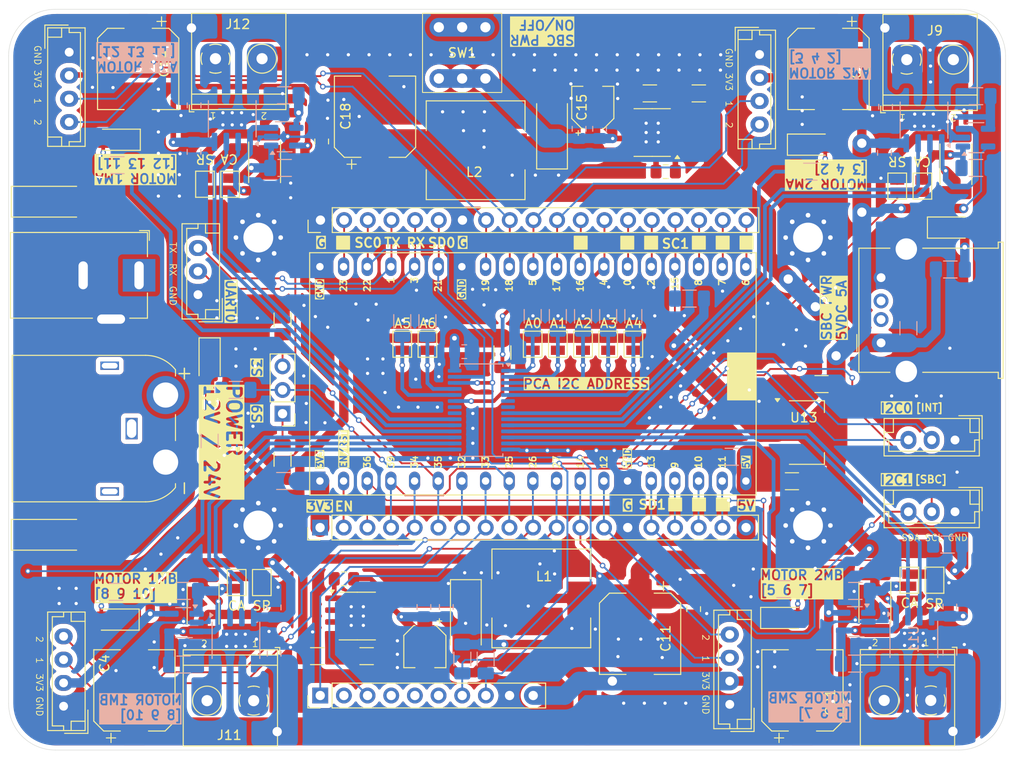
<source format=kicad_pcb>
(kicad_pcb (version 20240108) (generator "pcbnew") (generator_version "8.0")
  (layers (0 "F.Cu" signal) (31 "B.Cu" signal) (34 "B.Paste" user) (35 "F.Paste" user) (36 "B.SilkS" user "B.Silkscreen") (37 "F.SilkS" user "F.Silkscreen") (38 "B.Mask" user) (39 "F.Mask" user) (44 "Edge.Cuts" user))
  (net 0 "")
  (net 1 "VS")
  (net 2 "GND")
  (net 3 "VSS")
  (net 4 "/1MA1")
  (net 5 "/1MA2")
  (net 6 "/1MB1")
  (net 7 "/2MA1")
  (net 8 "/2MA2")
  (net 9 "/2MB1")
  (net 10 "/2MB2")
  (net 11 "/1MAL")
  (net 12 "/1MBL")
  (net 13 "/2MAL")
  (net 14 "/2MBL")
  (net 15 "/RX0")
  (net 16 "/TX0")
  (net 17 "SCL0")
  (net 18 "SDA0")
  (net 19 "1MA_SENSE")
  (net 20 "1MB_SENSE")
  (net 21 "2MB_SENSE")
  (net 22 "2MA_SENSE")
  (net 23 "VBATT")
  (net 24 "FSYNC")
  (net 25 "+3.3V")
  (net 26 "INT")
  (net 27 "/GPIO6")
  (net 28 "/GPIO2")
  (net 29 "/EN")
  (net 30 "/GPIO10")
  (net 31 "/GPIO8")
  (net 32 "/GPIO11")
  (net 33 "/GPIO7")
  (net 34 "/GPIO0")
  (net 35 "/GPIO9")
  (net 36 "/1MB2_ENC")
  (net 37 "/1MB1_ENC")
  (net 38 "M_OE")
  (net 39 "/SCL1")
  (net 40 "/SDA1")
  (net 41 "/PWR_LED_1")
  (net 42 "/PWR_LED_2")
  (net 43 "/PCA_A1")
  (net 44 "/PCA_A2")
  (net 45 "/PCA_A3")
  (net 46 "/PCA_A4")
  (net 47 "/PCA_A5")
  (net 48 "/buck2/VOUT")
  (net 49 "/PCA_A0")
  (net 50 "/PCA_A6")
  (net 57 "/1MB2")
  (net 58 "/2MA_EN")
  (net 59 "/2MB_EN")
  (net 60 "/motor-driver-2/IPROPI")
  (net 61 "/motor-driver-3/IPROPI")
  (net 62 "/motor-driver-1/IPROPI")
  (net 63 "/motor-driver-4/IPROPI")
  (net 64 "/2MB_IN1")
  (net 65 "/1MB_IN1")
  (net 66 "/2MA_IN1")
  (net 67 "/2MA_IN2")
  (net 68 "/1MB_IN2")
  (net 69 "/2MB_IN2")
  (net 70 "/1MA_IN1")
  (net 71 "/1MA_IN2")
  (net 72 "Net-(U7-BOOT)")
  (net 73 "/buck1/BUCK_OUT")
  (net 74 "/buck2/BUCK_VIN")
  (net 75 "Net-(U10-BOOT)")
  (net 76 "/buck2/BUCK_OUT")
  (net 77 "/buck1/BUCK_VSENSE")
  (net 78 "/buck2/BUCK_VSENSE")
  (net 85 "/3S")
  (net 86 "/6S")
  (net 87 "/VS_UNSAFE")
  (net 88 "+3.3VA")
  (net 93 "/1MA_EN")
  (net 94 "/1MB_EN")
  (net 95 "/2MB1_ENC")
  (net 96 "/2MB2_ENC")
  (net 97 "/1MA1_ENC")
  (net 98 "/1MA2_ENC")
  (net 99 "/2MA2_ENC")
  (net 100 "/2MA1_ENC")
  (net 101 "/GPIO16")
  (net 102 "/GPIO23")
  (net 103 "/motor-driver-1/I_SEN_CA")
  (net 104 "/motor-driver-2/I_SEN_CA")
  (net 105 "/motor-driver-3/I_SEN_CA")
  (net 106 "/motor-driver-4/I_SEN_CA")
  (net 107 "/motor-driver-1/I_SEN_SR")
  (net 108 "/motor-driver-2/I_SEN_SR")
  (net 109 "/motor-driver-3/I_SEN_SR")
  (net 110 "/motor-driver-4/I_SEN_SR")
  (footprint "LED_SMD:LED_1206_3216Metric_Pad1.42x1.75mm_HandSolder" (layer "F.Cu") (at 181.375 76.2)
    (property "Reference" "D3" (hide yes))
    (property "Value" "LED")
  )
  (footprint "Connector_PinHeader_2.54mm:PinHeader_1x10_P2.54mm_Vertical" (layer "F.Cu") (at 128.77 135.325 90)
    (property "Reference" "J16" (hide yes))
    (property "Value" "MPU9250")
  )
  (footprint "Connector_JST:JST_EH_B4B-EH-A_1x04_P2.50mm_Vertical" (layer "F.Cu") (at 172.725 136.275 90)
    (property "Reference" "J15" (hide yes))
    (property "Value" "2MA_ENC")
  )
  (footprint "Resistor_SMD:R_1206_3216Metric_Pad1.30x1.75mm_HandSolder" (layer "F.Cu") (at 164.15 70.7 180)
    (property "Reference" "R26" (hide yes))
    (property "Value" "3.16k")
  )
  (footprint "Capacitor_SMD:C_1206_3216Metric_Pad1.33x1.80mm_HandSolder" (layer "F.Cu") (at 179.4 112.325)
    (property "Reference" "C26" (hide yes))
    (property "Value" "10uF")
  )
  (footprint "TerminalBlock_Philmore:TerminalBlock_Philmore_TB132_1x02_P5.00mm_Horizontal" (layer "F.Cu") (at 117.525 66.975)
    (property "Reference" "J12")
    (property "Value" "1MA")
  )
  (footprint "PCM_Espressif:ESP32-DevKitC-slim" (layer "F.Cu") (at 128.735 112.3 90)
    (property "Reference" "U2" (hide yes))
    (property "Value" "ESP32-DevKitC" (hide yes))
  )
  (footprint "Capacitor_SMD:CP_Elec_8x10.5" (layer "F.Cu") (at 180.525 134.775 90)
    (property "Reference" "C21")
    (property "Value" "220uF")
  )
  (footprint "MountingHole:MountingHole_3.2mm_M3_Pad_Via" (layer "F.Cu") (at 122.125 117.075)
    (property "Reference" "H3" (hide yes))
    (property "Value" "MountingHole_Pad")
  )
  (footprint "Jumper:SolderJumper-2_P1.3mm_Open_Pad1.0x1.5mm" (layer "F.Cu") (at 162.375 97.62 -90)
    (property "Reference" "JP5" (hide yes))
    (property "Value" "A4")
  )
  (footprint "Connector_USB:USB_A_Molex_67643_Horizontal" (layer "F.Cu") (at 188.965 97.475 90)
    (property "Reference" "J5" (hide yes))
    (property "Value" "USB_A")
  )
  (footprint "Connector_PinHeader_2.54mm:PinHeader_1x19_P2.54mm_Vertical" (layer "F.Cu") (at 128.755 117.3 90)
    (property "Reference" "J2" (hide yes))
    (property "Value" "Bottom")
  )
  (footprint "Resistor_SMD:R_1206_3216Metric_Pad1.30x1.75mm_HandSolder" (layer "F.Cu") (at 128.45 131.1)
    (property "Reference" "R21" (hide yes))
    (property "Value" "10k")
  )
  (footprint "Resistor_SMD:R_1206_3216Metric_Pad1.30x1.75mm_HandSolder" (layer "F.Cu") (at 148.325 98.52 90)
    (property "Reference" "R31" (hide yes))
    (property "Value" "10k")
  )
  (footprint "Capacitor_SMD:CP_Elec_8x10.5" (layer "F.Cu") (at 183.325 68.075 -90)
    (property "Reference" "C7")
    (property "Value" "220uF")
  )
  (footprint "LED_SMD:LED_1206_3216Metric_Pad1.42x1.75mm_HandSolder" (layer "F.Cu") (at 116.9 99.4 -90)
    (property "Reference" "D7" (hide yes))
    (property "Value" "PWR")
  )
  (footprint "Capacitor_SMD:CP_Elec_8x10.5" (layer "F.Cu") (at 108.825 134.775 90)
    (property "Reference" "C4")
    (property "Value" "220uF")
  )
  (footprint "Inductor_SMD:L_10.4x10.4_H4.8" (layer "F.Cu") (at 152.5 124.9)
    (property "Reference" "L1")
    (property "Value" "22uH")
  )
  (footprint "Connector_JST:JST_EH_B4B-EH-A_1x04_P2.50mm_Vertical" (layer "F.Cu") (at 101.225 136.475 90)
    (property "Reference" "J6" (hide yes))
    (property "Value" "2MB_ENC")
  )
  (footprint "Jumper:SolderJumper-2_P1.3mm_Open_Pad1.0x1.5mm" (layer "F.Cu") (at 151.575 97.62 -90)
    (property "Reference" "JP1" (hide yes))
    (property "Value" "A0")
  )
  (footprint "Connector_JST:JST_EH_B3B-EH-A_1x03_P2.50mm_Vertical" (layer "F.Cu") (at 196.9 115.6 180)
    (property "Reference" "J7" (hide yes))
    (property "Value" "I2C1")
  )
  (footprint "Diode_SMD:D_SMA_Handsoldering" (layer "F.Cu") (at 153.65 74.3 90)
    (property "Reference" "D9" (hide yes))
    (property "Value" "SS54")
  )
  (footprint "Connector_AMASS:AMASS_XT60IPW-M_1x03_P7.20mm_Horizontal" (layer "F.Cu") (at 112.175 110.275 90)
    (property "Reference" "J4" (hide yes))
    (property "Value" "PWR")
  )
  (footprint "Connector_JST:JST_EH_B3B-EH-A_1x03_P2.50mm_Vertical" (layer "F.Cu") (at 196.9 107.9 180)
    (property "Reference" "J18" (hide yes))
    (property "Value" "I2C0")
  )
  (footprint "Button_Switch_THT:SW_PUSH_6mm_H5mm" (layer "F.Cu") (at 141.5 63.6)
    (property "Reference" "SW1")
    (property "Value" "ON/OFF")
  )
  (footprint "Capacitor_SMD:CP_Elec_8x10.5" (layer "F.Cu") (at 134.65 73.2 90)
    (property "Reference" "C18")
    (property "Value" "330uF")
  )
  (footprint "Resistor_SMD:R_1206_3216Metric_Pad1.30x1.75mm_HandSolder" (layer "F.Cu") (at 133.75 131.1)
    (property "Reference" "R22" (hide yes))
    (property "Value" "3.16k")
  )
  (footprint "Package_SO:SOIC-8-1EP_3.9x4.9mm_P1.27mm_EP2.29x3mm_ThermalVias" (layer "F.Cu") (at 164.4 74.9 180)
    (property "Reference" "U10" (hide yes))
    (property "Value" "TPS5450DDA")
  )
  (footprint "Resistor_SMD:R_2512_6332Metric_Pad1.40x3.35mm_HandSolder" (layer "F.Cu") (at 116.2 125.5 -90)
    (property "Reference" "R17" (hide yes))
    (property "Value" "R_SHUNT")
  )
  (footprint "Connector_BarrelJack:BarrelJack_Horizontal" (layer "F.Cu") (at 109.325 90.225)
    (property "Reference" "J3" (hide yes))
    (property "Value" "PWR")
  )
  (footprint "Capacitor_SMD:C_0805_2012Metric_Pad1.18x1.45mm_HandSolder" (layer "F.Cu") (at 168.85 126.05 -90)
    (property "Reference" "C24" (hide yes))
    (property "Value" "10nF")
  )
  (footprint "Diode_SMD:D_SMA_Handsoldering" (layer "F.Cu") (at 100.125 118.075)
    (property "Reference" "D10" (hide yes))
    (property "Value" "M7")
  )
  (footprint "Jumper:SolderJumper-2_P1.3mm_Open_Pad1.0x1.5mm" (layer "F.Cu") (at 159.675 97.62 -90)
    (property "Reference" "JP4" (hide yes))
    (property "Value" "A3")
  )
  (footprint "Resistor_SMD:R_1206_3216Metric_Pad1.30x1.75mm_HandSolder" (layer "F.Cu") (at 124.725 109.995 -90)
    (property "Reference" "R30" (hide yes))
    (property "Value" "2k")
  )
  (footprint "Capacitor_SMD:C_0805_2012Metric_Pad1.18x1.45mm_HandSolder" (layer "F.Cu") (at 165.85 79.1 180)
    (property "Reference" "C17" (hide yes))
    (property "Value" "10nF")
  )
  (footprint "Jumper:SolderJumper-2_P1.3mm_Open_Pad1.0x1.5mm" (layer "F.Cu") (at 119.1 80.45 90)
    (property "Reference" "JP8" (hide yes))
    (property "Value" "CA")
  )
  (footprint "Package_TO_SOT_SMD:SOT-223-3_TabPin2" (layer "F.Cu") (at 180.975 107.1)
    (property "Reference" "U13")
    (property "Value" "AMS1117-3.3")
  )
  (footprint "Diode_SMD:D_SMA_Handsoldering" (layer "F.Cu") (at 144.4 127.4 -90)
    (property "Reference" "D8" (hide yes))
    (property "Value" "SS54")
  )
  (footprint "Jumper:SolderJumper-2_P1.3mm_Open_Pad1.0x1.5mm" (layer "F.Cu") (at 137.575 97.62 -90)
    (property "Reference" "JP6" (hide yes))
    (property "Value" "A5")
  )
  (footprint "Resistor_SMD:R_2512_6332Metric_Pad1.40x3.35mm_HandSolder" (layer "F.Cu") (at 197 78.3 90)
    (property "Reference" "R19" (hide yes))
    (property "Value" "R_SHUNT")
  )
  (footprint "Capacitor_SMD:CP_Elec_4x5.4" (layer "F.Cu") (at 140 130.075 -90)
    (property "Reference" "C8" (hide yes))
    (property "Value" "4.7uF")
  )
  (footprint "Connector_JST:JST_EH_B3B-EH-A_1x03_P2.50mm_Vertical" (layer "F.Cu") (at 115.65 92.3 90)
    (property "Reference" "J8" (hide yes))
    (property "Value" "UART0")
  )
  (footprint "Jumper:SolderJumper-2_P1.3mm_Open_Pad1.0x1.5mm" (layer "F.Cu") (at 122.5 123.2 90)
    (property "Reference" "JP13" (hide yes))
    (property "Value" "SR")
  )
  (footprint "Diode_SMD:D_SMA_Handsoldering" (layer "F.Cu") (at 100.125 82.325)
    (property "Reference" "D5" (hide yes))
    (property "Value" "M7")
  )
  (footprint "Connector_JST:JST_EH_B4B-EH-A_1x04_P2.50mm_Vertical" (layer "F.Cu") (at 101.825 66.275 -90)
    (property "Reference" "J14" (hide yes))
    (property "Value" "1MB_ENC")
  )
  (footprint "Jumper:SolderJumper-2_P1.3mm_Open_Pad1.0x1.5mm" (layer "F.Cu") (at 193.4 80.65 90)
    (property "Reference" "JP10" (hide yes))
    (property "Value" "CA")
  )
  (footprint "Jumper:SolderJumper-2_P1.3mm_Open_Pad1.0x1.5mm" (layer "F.Cu") (at 192 122.95 -90)
    (property "Reference" "JP11" (hide yes))
    (property "Value" "CA")
  )
  (footprint "Capacitor_SMD:C_0805_2012Metric_Pad1.18x1.45mm_HandSolder" (layer "F.Cu") (at 131.3125 122.799377)
    (property "Reference" "C10" (hide yes))
    (property "Value" "10nF")
  )
  (footprint "Capacitor_SMD:C_1206_3216Metric_Pad1.33x1.80mm_HandSolder" (layer "F.Cu") (at 182.575 101.9 180)
    (property "Reference" "C27" (hide yes))
    (property "Value" "10uF")
  )
  (footprint "LED_SMD:LED_1206_3216Metric_Pad1.42x1.75mm_HandSolder" (layer "F.Cu") (at 178.5 127)
    (property "Reference" "D4" (hide yes))
    (property "Value" "LED")
  )
  (footprint "Capacitor_SMD:C_0805_2012Metric_Pad1.18x1.45mm_HandSolder" (layer "F.Cu") (at 128.925558 75.858109 90)
    (property "Reference" "C25" (hide yes))
    (property "Value" "10nF")
  )
  (footprint "Jumper:SolderJumper-2_P1.3mm_Open_Pad1.0x1.5mm" (layer "F.Cu") (at 154.275 97.62 -90)
    (property "Reference" "JP2" (hide yes))
    (property "Value" "A1")
  )
  (footprint "TerminalBlock_Philmore:TerminalBlock_Philmore_TB132_1x02_P5.00mm_Horizontal" (layer "F.Cu") (at 191.725 67.075)
    (property "Reference" "J9")
    (property "Value" "2MA")
  )
  (footprint "Jumper:SolderJumper-2_P1.3mm_Open_Pad1.0x1.5mm" (layer "F.Cu") (at 156.975 97.62 -90)
    (property "Reference" "JP3" (hide yes))
    (property "Value" "A2")
  )
  (footprint "Inductor_SMD:L_10.4x10.4_H4.8" (layer "F.Cu") (at 145.45 76.8 180)
    (property "Reference" "L2")
    (property "Value" "22uH")
  )
  (footprint "LED_SMD:LED_1206_3216Metric_Pad1.42x1.75mm_HandSolder" (layer "F.Cu") (at 106.875 127.175 180)
    (property "Reference" "D2" (hide yes))
    (property "Value" "LED")
  )
  (footprint "Capacitor_SMD:CP_Elec_4x5.4" (layer "F.Cu") (at 158.025 72.2 90)
    (property "Reference" "C15")
    (property "Value" "4.7uF")
  )
  (footprint "TerminalBlock_Philmore:TerminalBlock_Philmore_TB132_1x02_P5.00mm_Horizontal" (layer "F.Cu") (at 121.625 135.875 180)
    (property "Reference" "J11")
    (property "Value" "1MB")
  )
  (footprint "TerminalBlock_Philmore:TerminalBlock_Philmore_TB132_1x02_P5.00mm_Horizontal" (layer "F.Cu") (at 194.3 135.85 180)
    (property "Reference" "J10" (hide yes))
    (property "Value" "2MB")
  )
  (footprint "Connector_PinHeader_2.54mm:PinHeader_1x03_P2.54mm_Vertical" (layer "F.Cu") (at 124.725 105.075 180)
    (property "Reference" "J17" (hide yes))
    (property "Value" "VBATT_SELECT")
  )
  (footprint "Resistor_SMD:R_2512_6332Metric_Pad1.40x3.35mm_HandSolder" (layer "F.Cu") (at 122.8 78.1 90)
    (property "Reference" "R23" (hide yes))
    (property "Value" "R_SHUNT")
  )
  (footprint "Connector_PinHeader_2.54mm:PinHeader_1x19_P2.54mm_Vertical" (layer "F.Cu") (at 128.795 84.3 90)
    (property "Reference" "J1" (hide yes))
    (property "Value" "Top")
  )
  (footprint "Resistor_SMD:R_2512_6332Metric_Pad1.40x3.35mm_HandSolder" (layer "F.Cu") (at 188.3 125.3 -90)
    (property "Reference" "R27" (hide yes))
    (property "Value" "R_SHUNT")
  )
  (footprint "MountingHole:MountingHole_3.2mm_M3_Pad_Via" (layer "F.Cu") (at 181.125 86.175)
    (property "Reference" "H2" (hide yes))
    (property "Value" "MountingHole_Pad")
  )
  (footprint "Jumper:SolderJumper-2_P1.3mm_Open_Pad1.0x1.5mm" (layer "F.Cu") (at 194.7 122.95 90)
    (property "Reference" "JP15" (hide yes))
    (property "Value" "SR")
  )
  (footprint "Jumper:SolderJumper-2_P1.3mm_Open_Pad1.0x1.5mm" (layer "F.Cu") (at 190.7 80.65 -90)
    (property "Reference" "JP14" (hide yes))
    (property "Value" "SR")
  )
  (footprint "LED_SMD:LED_1206_3216Metric_Pad1.42x1.75mm_HandSolder" (layer "F.Cu") (at 107 75.675 180)
    (property "Reference" "D1" (hide yes))
    (property "Value" "LED")
  )
  (footprint "Package_SO:SOIC-8-1EP_3.9x4.9mm_P1.27mm_EP2.29x3mm_ThermalVias" (layer "F.Cu") (at 132.747127 126.795)
    (property "Reference" "U7" (hide yes))
    (property "Value" "TPS5450DDA")
  )
  (footprint "Connector_JST:JST_EH_B4B-EH-A_1x04_P2.50mm_Vertical" (layer "F.Cu") (at 175.925 66.525 -90)
    (property "Reference" "J13" (hide yes))
    (property "Value" "1MA_ENC")
  )
  (footprint "Jumper:SolderJumper-2_P1.3mm_Open_Pad1.0x1.5mm" (layer "F.Cu") (at 140.275 97.62 -90)
    (property "Reference" "JP7" (hide yes))
    (property "Value" "A6")
  )
  (footprint "MountingHole:MountingHole_3.2mm_M3_Pad_Via" (layer "F.Cu") (at 122.125 86.175)
    (property "Reference" "H4" (hide yes))
    (property "Value" "MountingHole_Pad")
  )
  (footprint "Jumper:SolderJumper-2_P1.3mm_Open_Pad1.0x1.5mm" (layer "F.Cu") (at 116.4 80.45 -90)
    (property "Reference" "JP12" (hide yes))
    (property "Value" "SR")
  )
  (footprint "Resistor_SMD:R_1206_3216Metric_Pad1.30x1.75mm_HandSolder" (layer "F.Cu") (at 169.405 70.7 180)
    (property "Reference" "R25" (hide yes))
    (property "Value" "10k")
  )
  (footprint "MountingHole:MountingHole_3.2mm_M3_Pad_Via" (layer "F.Cu") (at 181.125 117.075)
    (property "Reference" "H1" (hide yes))
    (property "Value" "MountingHole_Pad")
  )
  (footprint "Jumper:SolderJumper-2_P1.3mm_Open_Pad1.0x1.5mm" (layer "F.Cu") (at 119.8 123.2 -90)
    (property "Reference" "JP9" (hide yes))
    (property "Value" "CA")
  )
  (footprint "Capacitor_SMD:CP_Elec_8x10.5" (layer "F.Cu") (at 109.23 68.075 -90)
    (property "Reference" "C14")
    (property "Value" "220uF")
  )
  (footprint "Resistor_SMD:R_1206_3216Metric_Pad1.30x1.75mm_HandSolder" (layer "F.Cu") (at 124.725 94.995 90)
    (property "Reference" "R10" (hide yes))
    (property "Value" "3k9")
  )
  (footprint "Capacitor_SMD:CP_Elec_8x10.5" (layer "F.Cu") (at 163.1 128.7 -90)
    (property "Reference" "C11")
    (property "Value" "330uF")
  )
  (footprint "LED_SMD:LED_1206_3216Metric_Pad1.42x1.75mm_HandSolder" (layer "F.Cu") (at 196.4 85.1)
    (property "Reference" "D6" (hide yes))
    (property "Value" "PWR")
  )
  (footprint "Capacitor_SMD:C_0805_2012Metric_Pad1.18x1.45mm_HandSolder" (layer "B.Cu") (at 158.75 74.5 90)
    (property "Reference" "C23" (hide yes))
    (property "Value" "10nF")
  )
  (footprint "Package_SO:TSSOP-28_4.4x9.7mm_P0.65mm" (layer "B.Cu") (at 146.0625 104.695 180)
    (property "Reference" "U1" (hide yes))
    (property "Value" "PCA9635")
  )
  (footprint "Package_TO_SOT_SMD:SOT-23-5_HandSoldering" (layer "B.Cu") (at 114.15 127.5 180)
    (property "Reference" "U4" (hide yes))
    (property "Value" "INA139")
  )
  (footprint "Resistor_SMD:R_1206_3216Metric_Pad1.30x1.75mm_HandSolder" (layer "B.Cu") (at 114.1 132)
    (property "Reference" "R35" (hide yes))
    (property "Value" "R_TRIP")
  )
  (footprint "Capacitor_SMD:C_0805_2012Metric_Pad1.18x1.45mm_HandSolder" (layer "B.Cu") (at 156.55 74.5 90)
    (property "Reference" "C16" (hide yes))
    (property "Value" "4.7uF")
  )
  (footprint "Capacitor_SMD:C_0805_2012Metric_Pad1.18x1.45mm_HandSolder" (layer "B.Cu") (at 115.231968 71.985269 -90)
    (property "Reference" "C13" (hide yes))
    (property "Value" "1uF")
  )
  (footprint "Resistor_SMD:R_1206_3216Metric_Pad1.30x1.75mm_HandSolder" (layer "B.Cu") (at 144.025 131.4 90)
    (property "Reference" "R16" (hide yes))
    (property "Value" "4.7k")
  )
  (footprint "Resistor_SMD:R_1206_3216Metric_Pad1.30x1.75mm_HandSolder" (layer "B.Cu") (at 168.4 92.725)
    (property "Reference" "R32" (hide yes))
    (property "Value" "4.7k")
  )
  (footprint "Resistor_SMD:R_1206_3216Metric_Pad1.30x1.75mm_HandSolder" (layer "B.Cu") (at 151.575 94.62 -90)
    (property "Reference" "R4" (hide yes))
    (property "Value" "10k")
  )
  (footprint "Resistor_SMD:R_1206_3216Metric_Pad1.30x1.75mm_HandSolder" (layer "B.Cu") (at 156.975 94.62 -90)
    (property "Reference" "R7" (hide yes))
    (property "Value" "10k")
  )
  (footprint "Resistor_SMD:R_1206_3216Metric_Pad1.30x1.75mm_HandSolder" (layer "B.Cu") (at 124.95 78.7)
    (property "Reference" "R24" (hide yes))
    (property "Value" "R_GAIN")
  )
  (footprint "Resistor_SMD:R_1206_3216Metric_Pad1.30x1.75mm_HandSolder" (layer "B.Cu") (at 114.1 124.1 180)
    (property "Reference" "R18" (hide yes))
    (property "Value" "R_GAIN")
  )
  (footprint "Resistor_SMD:R_1206_3216Metric_Pad1.30x1.75mm_HandSolder" (layer "B.Cu") (at 178.5 123.9)
    (property "Reference" "R5" (hide yes))
    (property "Value" "220R")
  )
  (footprint "Package_TO_SOT_SMD:SOT-23-5_HandSoldering" (layer "B.Cu") (at 124.85 75.35)
    (property "Reference" "U9" (hide yes))
    (property "Value" "INA139")
  )
  (footprint "Resistor_SMD:R_1206_3216Metric_Pad1.30x1.75mm_HandSolder" (layer "B.Cu") (at 124.9 70.9 180)
    (property "Reference" "R34" (hide yes))
    (property "Value" "R_TRIP")
  )
  (footprint "Resistor_SMD:R_1206_3216Metric_Pad1.30x1.75mm_HandSolder" (layer "B.Cu") (at 119.725 102.525)
    (property "Reference" "R8" (hide yes))
    (property "Value" "47k")
  )
  (footprint "Capacitor_SMD:C_0805_2012Metric_Pad1.18x1.45mm_HandSolder" (layer "B.Cu") (at 115.225 76.975 -90)
    (property "Reference" "C12" (hide yes))
    (property "Value" "10nF")
  )
  (footprint "Package_TO_SOT_SMD:SOT-23-5_HandSoldering" (layer "B.Cu") (at 199.1 75.45)
    (property "Reference" "U6" (hide yes))
    (property "Value" "INA139")
  )
  (footprint "Capacitor_SMD:C_1206_3216Metric_Pad1.33x1.80mm_HandSolder" (layer "B.Cu") (at 191.9 95.9 90)
    (property "Reference" "C28" (hide yes))
    (property "Value" "10uF")
  )
  (footprint "Resistor_SMD:R_1206_3216Metric_Pad1.30x1.75mm_HandSolder" (layer "B.Cu") (at 159.675 94.62 -90)
    (property "Reference" "R9" (hide yes))
    (property "Value" "10k")
  )
  (footprint "Package_SO:SOIC-8-1EP_3.9x4.9mm_P1.27mm_EP2.29x3mm_ThermalVias" (layer "B.Cu") (at 119.325 73.425 90)
    (property "Reference" "U8" (hide yes))
    (property "Value" "DRV8251ADDAR")
  )
  (footprint "Resistor_SMD:R_1206_3216Metric_Pad1.30x1.75mm_HandSolder" (layer "B.Cu") (at 140.275 95.17 -90)
    (property "Reference" "R29" (hide yes))
    (property "Value" "10k")
  )
  (footprint "Capacitor_SMD:C_0805_2012Metric_Pad1.18x1.45mm_HandSolder" (layer "B.Cu") (at 189.325 77.075 -90)
    (property "Reference" "C5" (hide yes))
    (property "Value" "10nF")
  )
  (footprint "Resistor_SMD:R_1206_3216Metric_Pad1.30x1.75mm_HandSolder" (layer "B.Cu") (at 199.15 78.7)
    (property "Reference" "R20" (hide yes))
    (property "Value" "R_GAIN")
  )
  (footprint "Resistor_SMD:R_1206_3216Metric_Pad1.30x1.75mm_HandSolder" (layer "B.Cu") (at 186.2 124.1 180)
    (property "Reference" "R28" (hide yes))
    (property "Value" "R_GAIN")
  )
  (footprint "Resistor_SMD:R_1206_3216Metric_Pad1.30x1.75mm_HandSolder" (layer "B.Cu") (at 162.375 94.62 -90)
    (property "Reference" "R11" (hide yes))
    (property "Value" "10k")
  )
  (footprint "Capacitor_SMD:C_0805_2012Metric_Pad1.18x1.45mm_HandSolder" (layer "B.Cu") (at 144.225 98.42)
    (property "Reference" "C1" (hide yes))
    (property "Value" "100nF")
  )
  (footprint "Package_TO_SOT_SMD:SOT-23-5_HandSoldering" (layer "B.Cu") (at 186.25 127.4 180)
    (property "Reference" "U12" (hide yes))
    (property "Value" "INA139")
  )
  (footprint "Capacitor_SMD:C_0805_2012Metric_Pad1.18x1.45mm_HandSolder" (layer "B.Cu") (at 196.35 130.75 90)
    (property "Reference" "C20" (hide yes))
    (property "Value" "1uF")
  )
  (footprint "Capacitor_SMD:C_0805_2012Metric_Pad1.18x1.45mm_HandSolder" (layer "B.Cu") (at 196.35 125.775 90)
    (property "Reference" "C19" (hide yes))
    (property "Value" "10nF")
  )
  (footprint "Capacitor_SMD:C_0805_2012Metric_Pad1.18x1.45mm_HandSolder" (layer "B.Cu") (at 139.9 125.825 90)
    (property "Reference" "C22" (hide yes))
    (property "Value" "10nF")
  )
  (footprint "Resistor_SMD:R_1206_3216Metric_Pad1.30x1.75mm_HandSolder" (layer "B.Cu") (at 186.2 131.9)
    (property "Reference" "R37" (hide yes))
    (property "Value" "R_TRIP")
  )
  (footprint "Capacitor_SMD:C_0805_2012Metric_Pad1.18x1.45mm_HandSolder" (layer "B.Cu") (at 123.825 125.875 90)
    (property "Reference" "C2" (hide yes))
    (property "Value" "10nF")
  )
  (footprint "Capacitor_SMD:C_0805_2012Metric_Pad1.18x1.45mm_HandSolder" (layer "B.Cu") (at 123.822491 130.834571 90)
    (property "Reference" "C3" (hide yes))
    (property "Value" "1uF")
  )
  (footprint "Package_SO:SOIC-8-1EP_3.9x4.9mm_P1.27mm_EP2.29x3mm_ThermalVias" (layer "B.Cu") (at 193.575 73.575 90)
    (property "Reference" "U5" (hide yes))
    (property "Value" "DRV8251ADDAR")
  )
  (footprint "Resistor_SMD:R_1206_3216Metric_Pad1.30x1.75mm_HandSolder" (layer "B.Cu") (at 137.575 95.17 -90)
    (property "Reference" "R12" (hide yes))
    (property "Value" "10k")
  )
  (footprint "Capacitor_SMD:C_1206_3216Metric_Pad1.33x1.80mm_HandSolder" (layer "B.Cu") (at 124.8 112.3)
    (property "Reference" "C30" (hide yes))
    (property "Value" "10uF")
  )
  (footprint "Resistor_SMD:R_1206_3216Metric_Pad1.30x1.75mm_HandSolder" (layer "B.Cu") (at 196.4 89.6)
    (property "Reference" "R13" (hide yes))
    (property "Value" "470R")
  )
  (footprint "Package_SO:SOIC-8-1EP_3.9x4.9mm_P1.27mm_EP2.29x3mm_ThermalVias" (layer "B.Cu") (at 192.485 129.3 -90)
    (property "Reference" "U11")
    (property "Value" "DRV8251ADDAR")
  )
  (footprint "Capacitor_SMD:C_0805_2012Metric_Pad1.18x1.45mm_HandSolder" (layer "B.Cu") (at 142.3 125.825 90)
    (property "Reference" "C9" (hide yes))
    (property "Value" "4.7uF")
  )
  (footprint "Resistor_SMD:R_1206_3216Metric_Pad1.30x1.75mm_HandSolder" (layer "B.Cu") (at 154.275 94.62 -90)
    (property "Reference" "R6" (hide yes))
    (property "Value" "10k")
  )
  (footprint "Resistor_SMD:R_1206_3216Metric_Pad1.30x1.75mm_HandSolder" (layer "B.Cu") (at 181.375 79.1)
    (property "Reference" "R3" (hide yes))
    (property "Value" "220R")
  )
  (footprint "Resistor_SMD:R_1206_3216Metric_Pad1.30x1.75mm_HandSolder" (layer "B.Cu") (at 107 78.4 180)
    (property "Reference" "R1" (hide yes))
    (property "Value" "220R")
  )
  (footprint "Resistor_SMD:R_1206_3216Metric_Pad1.30x1.75mm_HandSolder" (layer "B.Cu") (at 196.1 119.125)
    (property "Reference" "R33" (hide yes))
    (property "Value" "4.7k")
  )
  (footprint "Package_SO:SOIC-8-1EP_3.9x4.9mm_P1.27mm_EP2.29x3mm_ThermalVias" (layer "B.Cu") (at 119.725 129.4 -90)
    (property "Reference" "U3" (hide yes))
    (property "Value" "DRV8251ADDAR")
  )
  (footprint "Capacitor_SMD:C_0805_2012Metric_Pad1.18x1.45mm_HandSolder" (layer "B.Cu") (at 189.45 72.1375 -90)
    (property "Reference" "C6" (hide yes))
    (property "Value" "1uF")
  )
  (footprint "Capacitor_SMD:C_1206_3216Metric_Pad1.33x1.80mm_HandSolder" (layer "B.Cu") (at 172.9375 109.7 180)
    (property "Reference" "C29" (hide yes))
    (property "Value" "10uF")
  )
  (footprint "Resistor_SMD:R_1206_3216Metric_Pad1.30x1.75mm_HandSolder" (layer "B.Cu") (at 199.15 71 180)
    (property "Reference" "R36" (hide yes))
    (property "Value" "R_TRIP")
  )
  (footprint "Resistor_SMD:R_1206_3216Metric_Pad1.30x1.75mm_HandSolder" (layer "B.Cu") (at 146.525 131.4 90)
    (property "Reference" "R15" (hide yes))
    (property "Value" "4.7k")
  )
  (footprint "Resistor_SMD:R_1206_3216Metric_Pad1.30x1.75mm_HandSolder" (layer "B.Cu") (at 116.9 108 90)
    (property "Reference" "R14" (hide yes))
    (property "Value" "220R")
  )
  (footprint "Resistor_SMD:R_1206_3216Metric_Pad1.30x1.75mm_HandSolder" (layer "B.Cu") (at 106.85 124.2 180)
    (property "Reference" "R2" (hide yes))
    (property "Value" "220R")
  )
  (gr_rect (start 166.165 114.12) (end 167.565 115.52) (stroke (width 0.1)) (fill solid) (layer "F.SilkS"))
  (gr_rect (start 171.285 114.12) (end 172.685 115.52) (stroke (width 0.1)) (fill solid) (layer "F.SilkS"))
  (gr_rect (start 171.265 86.02) (end 172.665 87.42) (stroke (width 0.1)) (fill solid) (layer "F.SilkS"))
  (gr_rect (start 163.585 86.02) (end 164.985 87.42) (stroke (width 0.1)) (fill solid) (layer "F.SilkS"))
  (gr_rect (start 156.025 86.02) (end 157.425 87.42) (stroke (width 0.1)) (fill solid) (layer "F.SilkS"))
  (gr_rect (start 173.825 86.02) (end 175.225 87.42) (stroke (width 0.1)) (fill solid) (layer "F.SilkS"))
  (gr_rect (start 168.725 114.12) (end 170.125 115.52) (stroke (width 0.1)) (fill solid) (layer "F.SilkS"))
  (gr_rect (start 130.525 86.02) (end 131.925 87.42) (stroke (width 0.1)) (fill solid) (layer "F.SilkS"))
  (gr_rect (start 168.705 86.02) (end 170.105 87.42) (stroke (width 0.1)) (fill solid) (layer "F.SilkS"))
  (gr_rect (start 161.025 86.02) (end 162.425 87.42) (stroke (width 0.1)) (fill solid) (layer "F.SilkS"))
  (gr_arc (start 202.325 136.175) (mid 200.860534 139.710534) (end 197.325 141.175) (stroke (width 0.05)) (layer "Edge.Cuts"))
  (gr_line (start 100.325 61.675) (end 197.325 61.675) (stroke (width 0.05)) (layer "Edge.Cuts"))
  (gr_line (start 202.325 66.675) (end 202.325 136.175) (stroke (width 0.05)) (layer "Edge.Cuts"))
  (gr_arc (start 100.325 141.175) (mid 96.789466 139.710534) (end 95.325 136.175) (stroke (width 0.05)) (layer "Edge.Cuts"))
  (gr_arc (start 197.325 61.675) (mid 200.860534 63.139466) (end 202.325 66.675) (stroke (width 0.05)) (layer "Edge.Cuts"))
  (gr_line (start 197.325 141.175) (end 100.325 141.175) (stroke (width 0.05)) (layer "Edge.Cuts"))
  (gr_arc (start 95.325 66.675) (mid 96.789466 63.139466) (end 100.325 61.675) (stroke (width 0.05)) (layer "Edge.Cuts"))
  (gr_line (start 95.325 136.175) (end 95.325 66.675) (stroke (width 0.05)) (layer "Edge.Cuts"))
  (gr_text "MOTOR 1MB\n[8 9 10]" (at 114.05 138.025 -0) (layer "B.SilkS" knockout) (effects (font (size 1 1) (thickness 0.2) (bold yes)) (justify left bottom mirror)))
  (gr_text "MOTOR 1MA\n[12 13 11]" (at 104.575 65.6 -180) (layer "B.SilkS" knockout) (effects (font (size 1 1) (thickness 0.2) (bold yes)) (justify left bottom mirror)))
  (gr_text "MOTOR 2MB\n[5 6 7]" (at 185.875 137.825 -0) (layer "B.SilkS" knockout) (effects (font (size 1 1) (thickness 0.2) (bold yes)) (justify left bottom mirror)))
  (gr_text "MOTOR 2MA\n[3 4 2]" (at 178.925 66.275 -180) (layer "B.SilkS" knockout) (effects (font (size 1 1) (thickness 0.2) (bold yes)) (justify left bottom mirror)))
  (gr_text "TX  RX  GND" (at 112.55 86.6 -90) (layer "F.SilkS") (effects (font (size 0.7 0.7) (thickness 0.0875)) (justify left bottom)))
  (gr_text "6S" (at 121.325 103.975 270) (layer "F.SilkS" knockout) (effects (font (size 1 1) (thickness 0.2) (bold yes)) (justify left bottom)))
  (gr_text "2         1" (at 197.125 72.875 180) (layer "F.SilkS") (effects (font (size 0.7 0.7) (thickness 0.1)) (justify left bottom)))
  (gr_text "MOTOR 2MB\n[5 6 7]" (at 175.9 124.6 0) (layer "F.SilkS" knockout) (effects (font (size 1 1) (thickness 0.2) (bold yes)) (justify left bottom)))
  (gr_text "GND 3V3  1   2" (at 98.025 65.475 270) (layer "F.SilkS") (effects (font (size 0.7 0.7) (thickness 0.0875)) (justify left bottom)))
  (gr_text "[SBC]" (at 192.5 112.6 0) (layer "F.SilkS") (effects (font (size 0.8 0.8) (thickness 0.16) (bold yes)) (justify left bottom)))
  (gr_text "MOTOR 1MA\n[12 13 11]" (at 113.5 77.6 180) (layer "F.SilkS" knockout) (effects (font (size 1 1) (thickness 0.2) (bold yes)) (justify left bottom)))
  (gr_text " 2   1  3V3 GND" (at 98.225 128.375 270) (layer "F.SilkS") (effects (font (size 0.7 0.7) (thickness 0.0875)) (justify left bottom)))
  (gr_text "[INT]" (at 192.6 104.9 0) (layer "F.SilkS") (effects (font (size 0.8 0.8) (thickness 0.16) (bold yes)) (justify left bottom)))
  (gr_text " 2   1  3V3 GND" (at 169.725 128.175 270) (layer "F.SilkS") (effects (font (size 0.7 0.7) (thickness 0.0875)) (justify left bottom)))
  (gr_text "RX" (at 137.925 87.32 0) (layer "F.SilkS") (effects (font (size 1 1) (thickness 0.2) (bold yes)) (justify left bottom)))
  (gr_text "3V3" (at 127.225 115.62 0) (layer "F.SilkS" knockout) (effects (font (size 1 1) (thickness 0.2) (bold yes)) (justify left bottom)))
  (gr_text "POWER\n12V / 24V" (at 116.2 101.8 270) (layer "F.SilkS" knockout) (effects (font (size 1.5 1.5) (thickness 0.3) (bold yes)) (justify left bottom)))
  (gr_text "2         1" (at 115.925 130.175 0) (layer "F.SilkS") (effects (font (size 0.7 0.7) (thickness 0.1)) (justify left bottom)))
  (gr_text "G" (at 128.225 87.32 0) (layer "F.SilkS" knockout) (effects (font (size 1 1) (thickness 0.2) (bold yes)) (justify left bottom)))
  (gr_text "PCA I2C ADDRESS" (at 150.45 102.475 -0) (layer "F.SilkS" knockout) (effects (font (size 1 1) (thickness 0.2) (bold yes)) (justify left bottom)))
  (gr_text "SD0" (at 140.225 87.32 0) (layer "F.SilkS") (effects (font (size 1 1) (thickness 0.2) (bold yes)) (justify left bottom)))
  (gr_text "TX" (at 135.525 87.32 0) (layer "F.SilkS") (effects (font (size 1 1) (thickness 0.2) (bold yes)) (justify left bottom)))
  (gr_text "EN" (at 130.225 115.62 0) (layer "F.SilkS") (effects (font (size 1 1) (thickness 0.2) (bold yes)) (justify left bottom)))
  (gr_text "SC1" (at 165.325 87.42 0) (layer "F.SilkS") (effects (font (size 1 1) (thickness 0.2) (bold yes)) (justify left bottom)))
  (gr_text "GND 3V3  1   2" (at 172.225 65.775 270) (layer "F.SilkS") (effects (font (size 0.7 0.7) (thickness 0.0875)) (justify left bottom)))
  (gr_text "MOTOR 1MB\n[8 9 10]" (at 104.4 125 0) (layer "F.SilkS" knockout) (effects (font (size 1 1) (thickness 0.2) (bold yes)) (justify left bottom)))
  (gr_text "SC0" (at 132.325 87.32 0) (layer "F.SilkS") (effects (font (size 1 1) (thickness 0.2) (bold yes)) (justify left bottom)))
  (gr_text "G" (at 161.125 115.52 0) (layer "F.SilkS" knockout) (effects (font (size 1 1) (thickness 0.2) (bold yes)) (justify left bottom)))
  (gr_text "SBC PWR\n5VDC 5A" (at 185.325 97.275 90) (layer "F.SilkS" knockout) (effects (font (size 1 1) (thickness 0.2) (bold yes)) (justify left bottom)))
  (gr_text "SD1" (at 162.825 115.42 0) (layer "F.SilkS") (effects (font (size 1 1) (thickness 0.2) (bold yes)) (justify left bottom)))
  (gr_text "G" (at 143.425 87.32 0) (layer "F.SilkS" knockout) (effects (font (size 1 1) (thickness 0.2) (bold yes)) (justify left bottom)))
  (gr_text "2         1" (at 187.925 130.075 0) (layer "F.SilkS") (effects (font (size 0.7 0.7) (thickness 0.1)) (justify left bottom)))
  (gr_text "2         1" (at 123.125 72.675 180) (layer "F.SilkS") (effects (font (size 0.7 0.7) (thickness 0.1)) (justify left bottom)))
  (gr_text "3S" (at 121.325 99.075 270) (layer "F.SilkS" knockout) (effects (font (size 1 1) (thickness 0.2) (bold yes)) (justify left bottom)))
  (gr_text "MOTOR 2MA\n[3 4 2]" (at 187.6 78.2 180) (layer "F.SilkS" knockout) (effects (font (size 1 1) (thickness 0.2) (bold yes)) (justify left bottom)))
  (gr_text "5V" (at 173.425 115.52 0) (layer "F.SilkS" knockout) (effects (font (size 1 1) (thickness 0.2) (bold yes)) (justify left bottom)))
  (gr_text "SDA SCL GND" (at 191.1 118.8 0) (layer "F.SilkS") (effects (font (size 0.7 0.7) (thickness 0.0875)) (justify left bottom)))
  (gr_text "SBC PWR\nON/OFF" (at 156.15 62.75 180) (layer "F.SilkS" knockout) (effects (font (size 1 1) (thickness 0.2) (bold yes)) (justify left bottom)))
  (segment (start 97.4 121.975) (end 97.4 66.792641) (width 3) (layer "F.Cu") (net 1))
  (segment (start 157.45 134.125) (end 157.45 139.175) (width 2) (layer "F.Cu") (net 1))
  (segment (start 143.375 132.875) (end 145.4 132.875) (width 1) (layer "F.Cu") (net 1))
  (segment (start 155.075 131.75) (end 157.45 134.125) (width 2) (layer "F.Cu") (net 1))
  (segment (start 157.45 139.175) (end 196.682359 139.175) (width 3) (layer "F.Cu") (net 1))
  (segment (start 146.525 131.75) (end 148.525 131.75) (width 1) (layer "F.Cu") (net 1))
  (segment (start 98.27868 64.67132) (end 98.396321 64.553679) (width 3) (layer "F.Cu") (net 1))
  (segment (start 141.975 131.475) (end 143.375 132.875) (width 1) (layer "F.Cu") (net 1))
  (segment (start 97.4 121.975) (end 97.4 136.057359) (width 3) (layer "F.Cu") (net 1))
  (segment (start 135.222127 126.16) (end 136.76 126.16) (width 0.6) (layer "F.Cu") (net 1))
  (segment (start 145.4 132.875) (end 146.525 131.75) (width 1) (layer "F.Cu") (net 1))
  (segment (start 136.76 126.16) (end 137.475 126.875) (width 0.6) (layer "F.Cu") (net 1))
  (segment (start 138.875 128.275) (end 140 128.275) (width 1) (layer "F.Cu") (net 1))
  (segment (start 199.446321 65.096321) (end 198.90368 64.55368) (width 3) (layer "F.Cu") (net 1))
  (segment (start 140 128.275) (end 141.075 128.275) (width 1) (layer "F.Cu") (net 1))
  (segment (start 148.525 131.75) (end 155.075 131.75) (width 2) (layer "F.Cu") (net 1))
  (segment (start 137.475 126.875) (end 138.875 128.275) (width 1) (layer "F.Cu") (net 1))
  (segment (start 100.517641 63.675) (end 114.95 63.675) (width 3) (layer "F.Cu") (net 1))
  (segment (start 100.517641 139.175) (end 157.45 139.175) (width 3) (layer "F.Cu") (net 1))
  (segment (start 141.975 129.175) (end 141.975 131.475) (width 1) (layer "F.Cu") (net 1))
  (segment (start 200.325 135.532359) (end 200.325 67.217641) (width 3) (layer "F.Cu") (net 1))
  (segment (start 141.075 128.275) (end 141.975 129.175) (width 1) (layer "F.Cu") (net 1))
  (segment (start 196.782359 63.675) (end 114.95 63.675) (width 3) (layer "F.Cu") (net 1))
  (segment (start 98.27868 138.17868) (end 98.396321 138.296321) (width 3) (layer "F.Cu") (net 1))
  (segment (start 198.80368 138.29632) (end 199.446321 137.653679) (width 3) (layer "F.Cu") (net 1))
  (via (at 189.375 63.675) (size 3) (drill 1) (layers "F.Cu" "B.Cu") (net 1))
  (via (at 137.475 126.875) (size 0.6) (drill 0.35) (layers "F.Cu" "B.Cu") (net 1))
  (via (at 196.682359 139.175) (size 3) (drill 1) (layers "F.Cu" "B.Cu") (net 1))
  (via (at 97.4 121.975) (size 0.6) (drill 0.35) (layers "F.Cu" "B.Cu") (net 1))
  (via (at 124.15 139.2) (size 2.9) (drill 1) (layers "F.Cu" "B.Cu") (net 1))
  (via (at 114.95 63.675) (size 3) (drill 1) (layers "F.Cu" "B.Cu") (net 1))
  (arc (start 198.90368 64.55368) (mid 197.93041 63.903361) (end 196.782359 63.675) (width 3) (layer "F.Cu") (net 1))
  (arc (start 199.446321 137.653679) (mid 200.096639 136.680409) (end 200.325 135.532359) (width 3) (layer "F.Cu") (net 1))
  (arc (start 98.396321 64.553679) (mid 99.369591 63.903361) (end 100.517641 63.675) (width 3) (layer "F.Cu") (net 1))
  (arc (start 100.517641 139.175) (mid 99.369591 138.946639) (end 98.396321 138.296321) (width 3) (layer "F.Cu") (net 1))
  (arc (start 98.27868 64.67132) (mid 97.628361 65.64459) (end 97.4 66.792641) (width 3) (layer "F.Cu") (net 1))
  (arc (start 200.325 67.217641) (mid 200.096639 66.069591) (end 199.446321 65.096321) (width 3) (layer "F.Cu") (net 1))
  (arc (start 97.4 136.057359) (mid 97.628362 137.20541) (end 98.27868 138.17868) (width 3) (layer "F.Cu") (net 1))
  (arc (start 198.80368 138.29632) (mid 197.83041 138.946639) (end 196.682359 139.175) (width 3) (layer "F.Cu") (net 1))
  (segment (start 142.2875 126.875) (end 142.3 126.8625) (width 1) (layer "B.Cu") (net 1))
  (segment (start 118.175 104.575) (end 119.825 106.225) (width 0.2) (layer "B.Cu") (net 1))
  (segment (start 141.5 63.6) (end 146.5 63.6) (width 2) (layer "B.Cu") (net 1))
  (segment (start 118.175 102.525) (end 118.175 104.575) (width 0.2) (layer "B.Cu") (net 1))
  (segment (start 119.825 109.65) (end 107.5 121.975) (width 0.2) (layer "B.Cu") (net 1))
  (segment (start 137.475 126.875) (end 142.2875 126.875) (width 1) (layer "B.Cu") (net 1))
  (segment (start 107.5 121.975) (end 97.4 121.975) (width 0.2) (layer "B.Cu") (net 1))
  (segment (start 119.825 106.225) (end 119.825 109.65) (width 0.2) (layer "B.Cu") (net 1))
  (via (at 153.925 122.275) (size 0.6) (drill 0.35) (layers "F.Cu" "B.Cu") (net 2))
  (via (at 160.65 66.55) (size 0.6) (drill 0.35) (layers "F.Cu" "B.Cu") (net 2))
  (via (at 137.05 130.9) (size 0.6) (drill 0.35) (layers "F.Cu" "B.Cu") (net 2))
  (via (at 127.025 93.45) (size 0.6) (drill 0.35) (layers "F.Cu" "B.Cu") (net 2))
  (via (at 127.275 103.975) (size 0.6) (drill 0.35) (layers "F.Cu" "B.Cu") (net 2))
  (via (at 111.4 70.25) (size 0.6) (drill 0.35) (layers "F.Cu" "B.Cu") (net 2))
  (via (at 169.53 66.55) (size 0.6) (drill 0.35) (layers "F.Cu" "B.Cu") (net 2))
  (via (at 151.8625 79.475) (size 0.6) (drill 0.35) (layers "F.Cu" "B.Cu") (net 2))
  (via (at 183.8 135.95) (size 0.6) (drill 0.35) (layers "F.Cu" "B.Cu") (net 2))
  (via (at 146.35 76.475) (size 0.6) (drill 0.35) (layers "F.Cu" "B.Cu") (net 2))
  (via (at 135.725 102.8) (size 0.6) (drill 0.35) (layers "F.Cu" "B.Cu") (net 2))
  (via (at 119.75 94.8) (size 0.6) (drill 0.35) (layers "F.Cu" "B.Cu") (net 2))
  (via (at 104.375 66.9) (size 0.6) (drill 0.35) (layers "F.Cu" "B.Cu") (net 2))
  (via (at 114.075 125.5) (size 0.6) (drill 0.35) (layers "F.Cu" "B.Cu") (net 2))
  (via (at 132.95 73.175) (size 0.6) (drill 0.35) (layers "F.Cu" "B.Cu") (net 2))
  (via (at 192.7625 103.175) (size 0.6) (drill 0.35) (layers "F.Cu" "B.Cu") (net 2))
  (via (at 167.4 122.85) (size 0.6) (drill 0.35) (layers "F.Cu" "B.Cu") (net 2))
  (via (at 140.325 109.85) (size 0.6) (drill 0.35) (layers "F.Cu" "B.Cu") (net 2))
  (via (at 145.125 91.725) (size 0.6) (drill 0.35) (layers "F.Cu" "B.Cu") (net 2))
  (via (at 167.285 68.2) (size 0.6) (drill 0.35) (layers "F.Cu" "B.Cu") (net 2))
  (via (at 145.15 108.25) (size 0.6) (drill 0.35) (layers "F.Cu" "B.Cu") (net 2))
  (via (at 196.25 123.225) (size 0.6) (drill 0.35) (layers "F.Cu" "B.Cu") (net 2))
  (via (at 145.11 66.55) (size 0.6) (drill 0.35) (layers "F.Cu" "B.Cu") (net 2))
  (via (at 184.075 91.55) (size 0.6) (drill 0.35) (layers "F.Cu" "B.Cu") (net 2))
  (via (at 129.57 66.55) (size 0.6) (drill 0.35) (layers "F.Cu" "B.Cu") (net 2))
  (via (at 185.625 135.95) (size 0.6) (drill 0.35) (layers "F.Cu" "B.Cu") (net 2))
  (via (at 135.5 99.2) (size 0.6) (drill 0.35) (layers "F.Cu" "B.Cu") (net 2))
  (via (at 173.15 123.5) (size 0.6) (drill 0.35) (layers "F.Cu" "B.Cu") (net 2))
  (via (at 147.85 122.15) (size 0.6) (drill 0.35) (layers "F.Cu" "B.Cu") (net 2))
  (via (at 175.875 103.75) (size 0.6) (drill 0.35) (layers "F.Cu" "B.Cu") (net 2))
  (via (at 121.925 129.275) (size 0.6) (drill 0.35) (layers "F.Cu" "B.Cu") (net 2))
  (via (at 191.8 135.2875) (size 0.6) (drill 0.35) (layers "F.Cu" "B.Cu") (net 2))
  (via (at 153.15 109.025) (size 0.6) (drill 0.35) (layers "F.Cu" "B.Cu") (net 2))
  (via (at 104.325 70.05) (size 0.6) (drill 0.35) (layers "F.Cu" "B.Cu") (net 2))
  (via (at 163.56 136.15) (size 0.6) (drill 0.35) (layers "F.Cu" "B.Cu") (net 2))
  (via (at 154.29375 94.575) (size 0.6) (drill 0.35) (layers "F.Cu" "B.Cu") (net 2))
  (via (at 185.625 134.175) (size 0.6) (drill 0.35) (layers "F.Cu" "B.Cu") (net 2))
  (via (at 149.55 66.55) (size 0.6) (drill 0.35) (layers "F.Cu" "B.Cu") (net 2))
  (via (at 164.575 91.525) (size 0.6) (drill 0.35) (layers "F.Cu" "B.Cu") (net 2))
  (via (at 151.6 94.575) (size 0.6) (drill 0.35) (layers "F.Cu" "B.Cu") (net 2))
  (via (at 171.95 91.925) (size 0.6) (drill 0.35) (layers "F.Cu" "B.Cu") (net 2))
  (via (at 144.1 72.675) (size 0.6) (drill 0.35) (layers "F.Cu" "B.Cu") (net 2))
  (via (at 142.225 94.7) (size 0.6) (drill 0.35) (layers "F.Cu" "B.Cu") (net 2))
  (via (at 102.575 123.825) (size 0.6) (drill 0.35) (layers "F.Cu" "B.Cu") (net 2))
  (via (at 153.99 66.55) (size 0.6) (drill 0.35) (layers "F.Cu" "B.Cu") (net 2))
  (via (at 164.4 98.95) (size 0.6) (drill 0.35) (layers "F.Cu" "B.Cu") (net 2))
  (via (at 148.65 127.825) (size 0.6) (drill 0.35) (layers "F.Cu" "B.Cu") (net 2))
  (via (at 191.175 73.575) (size 0.6) (drill 0.35) (layers "F.Cu" "B.Cu") (net 2))
  (via (at 180.85 97.825) (size 0.6) (drill 0.35) (layers "F.Cu" "B.Cu") (net 2))
  (via (at 146.65 127.75) (size 0.6) (drill 0.35) (layers "F.Cu" "B.Cu") (net 2))
  (via (at 195.425 103.175) (size 0.6) (drill 0.35) (layers "F.Cu" "B.Cu") (net 2))
  (via (at 167.85 94.55) (size 0.6) (drill 0.35) (layers "F.Cu" "B.Cu") (net 2))
  (via (at 131.79 66.55) (size 0.6) (drill 0.35) (layers "F.Cu" "B.Cu") (net 2))
  (via (at 113.475 118.4) (size 0.6) (drill 0.35) (layers "F.Cu" "B.Cu") (net 2))
  (via (at 106.85 132.65) (size 0.6) (drill 0.35) (layers "F.Cu" "B.Cu") (net 2))
  (via (at 142.7375 109.85) (size 0.6) (drill 0.35) (layers "F.Cu" "B.Cu") (net 2))
  (via (at 132.6 93.3) (size 0.6) (drill 0.35) (layers "F.Cu" "B.Cu") (net 2))
  (via (at 146.4 72.675) (size 0.6) (drill 0.35) (layers "F.Cu" "B.Cu") (net 2))
  (via (at 127.35 66.55) (size 0.6) (drill 0.35) (layers "F.Cu" "B.Cu") (net 2))
  (via (at 113.65 81.72) (size 0.6) (drill 0.35) (layers "F.Cu" "B.Cu") (net 2))
  (via (at 194.65 129.2) (size 0.6) (drill 0.35) (layers "F.Cu" "B.Cu") (net 2))
  (via (at 164.1 105.525) (size 0.6) (drill 0.35) (layers "F.Cu" "B.Cu") (net 2))
  (via (at 151.1 125.725) (size 0.6) (drill 0.35) (layers "F.Cu" "B.Cu") (net 2))
  (via (at 194.275 69.475) (size 0.6) (drill 0.35) (layers "F.Cu" "B.Cu") (net 2))
  (via (at 145.15 109.85) (size 0.6) (drill 0.35) (layers "F.Cu" "B.Cu") (net 2))
  (via (at 161.34 136.15) (size 0.6) (drill 0.35) (layers "F.Cu" "B.Cu") (net 2))
  (via (at 149.375 79.475) (size 0.6) (drill 0.35) (layers "F.Cu" "B.Cu") (net 2))
  (via (at 186.375 131.9) (size 0.6) (drill 0.35) (layers "F.Cu" "B.Cu") (net 2))
  (via (at 134.01 66.55) (size 0.6) (drill 0.35) (layers "F.Cu" "B.Cu") (net 2))
  (via (at 172.525 97.25) (size 0.6) (drill 0.35) (layers "F.Cu" "B.Cu") (net 2))
  (via (at 146.0625 122.15) (size 0.6) (drill 0.35) (layers "F.Cu" "B.Cu") (net 2))
  (via (at 158.405 68.2) (size 0.6) (drill 0.35) (layers "F.Cu" "B.Cu") (net 2))
  (via (at 113.825 73.075) (size 0.6) (drill 0.35) (layers "F.Cu" "B.Cu") (net 2))
  (via (at 167.31 66.55) (size 0.6) (drill 0.35) (layers "F.Cu" "B.Cu") (net 2))
  (via (at 125.275 75.325) (size 0.6) (drill 0.35) (layers "F.Cu" "B.Cu") (net 2))
  (via (at 137.05 132.325) (size 0.6) (drill 0.35) (layers "F.Cu" "B.Cu") (net 2))
  (via (at 160.7 71.25) (size 0.6) (drill 0.35) (layers "F.Cu" "B.Cu") (net 2))
  (via (at 114.1 127.375) (size 0.6) (drill 0.35) (layers "F.Cu" "B.Cu") (net 2))
  (via (at 171.725 68.2) (size 0.6) (drill 0.35) (layers "F.Cu" "B.Cu") (net 2))
  (via (at 100.75 123.825) (size 0.6) (drill 0.35) (layers "F.Cu" "B.Cu") (net 2))
  (via (at 175.25 121.75) (size 0.6) (drill 0.35) (layers "F.Cu" "B.Cu") (net 2))
  (via (at 141.5 101.1) (size 0.6) (drill 0.35) (layers "F.Cu" "B.Cu") (net 2))
  (via (at 165.025 129.275) (size 0.6) (drill 0.35) (layers "F.Cu" "B.Cu") (net 2))
  (via (at 179.875 96.075) (size 0.6) (drill 0.35) (layers "F.Cu" "B.Cu") (net 2))
  (via (at 142.89 66.55) (size 0.6) (drill 0.35) (layers "F.Cu" "B.Cu") (net 2))
  (via (at 160.625 68.2) (size 0.6) (drill 0.35) (layers "F.Cu" "B.Cu") (net 2))
  (via (at 114.05 123.95) (size 0.6) (drill 0.35) (layers "F.Cu" "B.Cu") (net 2))
  (via (at 187.775 130.225) (size 0.6) (drill 0.35) (layers "F.Cu" "B.Cu") (net 2))
  (via (at 165.3 104.35) (size 0.6) (drill 0.35) (layers "F.Cu" "B.Cu") (net 2))
  (via (at 144.15 74.7) (size 0.6) (drill 0.35) (layers "F.Cu" "B.Cu") (net 2))
  (via (at 146.35 74.7) (size 0.6) (drill 0.35) (layers "F.Cu" "B.Cu") (net 2))
  (via (at 164.675 94.575) (size 0.6) (drill 0.35) (layers "F.Cu" "B.Cu") (net 2))
  (via (at 119.75 92.95) (size 0.6) (drill 0.35) (layers "F.Cu" "B.Cu") (net 2))
  (via (at 162.375 94.575) (size 0.6) (drill 0.35) (layers "F.Cu" "B.Cu") (net 2))
  (via (at 134.775 93.325) (size 0.6) (drill 0.35) (layers "F.Cu" "B.Cu") (net 2))
  (via (at 177.55 130.625) (size 0.6) (drill 0.35) (layers "F.Cu" "B.Cu") (net 2))
  (via (at 127.25 106.025) (size 0.6) (drill 0.35) (layers "F.Cu" "B.Cu") (net 2))
  (via (at 147.6 91.775) (size 0.6) (drill 0.35) (layers "F.Cu" "B.Cu") (net 2))
  (via (at 189.275 126.5) (size 0.6) (drill 0.35) (layers "F.Cu" "B.Cu") (net 2))
  (via (at 121.8 98.125) (size 0.6) (drill 0.35) (layers "F.Cu" "B.Cu") (net 2))
  (via (at 117.675 92.95) (size 0.6) (drill 0.35) (layers "F.Cu" "B.Cu") (net 2))
  (via (at 141.35 104.375) (size 0.6) (drill 0.35) (layers "F.Cu" "B.Cu") (net 2))
  (via (at 154.35 79.475) (size 0.6) (drill 0.35) (layers "F.Cu" "B.Cu") (net 2))
  (via (at 144.275 122.15) (size 0.6) (drill 0.35) (layers "F.Cu" "B.Cu") (net 2))
  (via (at 188.05 73.1) (size 0.6) (drill 0.35) (layers "F.Cu" "B.Cu") (net 2))
  (via (at 153.9 119.8) (size 0.6) (drill 0.35) (layers "F.Cu" "B.Cu") (net 2))
  (via (at 180.5 72.55) (size 0.6) (drill 0.35) (layers "F.Cu" "B.Cu") (net 2))
  (via (at 171 98.55) (size 0.6) (drill 0.35) (layers "F.Cu" "B.Cu") (net 2))
  (via (at 194.275 67.7625) (size 0.6) (drill 0.35) (layers "F.Cu" "B.Cu") (net 2))
  (via (at 121.8 99.975) (size 0.6) (drill 0.35) (layers "F.Cu" "B.Cu") (net 2))
  (via (at 127 101.025) (size 0.6) (drill 0.35) (layers "F.Cu" "B.Cu") (net 2))
  (via (at 125.575 130.15) (size 0.6) (drill 0.35) (layers "F.Cu" "B.Cu") (net 2))
  (via (at 166.425 103.3) (size 0.6) (drill 0.35) (layers "F.Cu" "B.Cu") (net 2))
  (via (at 145.15 105.05) (size 0.6) (drill 0.35) (layers "F.Cu" "B.Cu") (net 2))
  (via (at 137.05 129.45) (size 0.6) (drill 0.35) (layers "F.Cu" "B.Cu") (net 2))
  (via (at 138.45 66.55) (size 0.6) (drill 0.35) (layers "F.Cu" "B.Cu") (net 2))
  (via (at 100.75 125.45) (size 0.6) (drill 0.35) (layers "F.Cu" "B.Cu") (net 2))
  (via (at 131.3 71.35) (size 0.6) (drill 0.35) (layers "F.Cu" "B.Cu") (net 2))
  (via (at 141.55 99.775) (size 0.6) (drill 0.35) (layers "F.Cu" "B.Cu") (net 2))
  (via (at 155.675 69.675) (size 0.6) (drill 0.35) (layers "F.Cu" "B.Cu") (net 2))
  (via (at 162.845 68.2) (size 0.6) (drill 0.35) (layers "F.Cu" "B.Cu") (net 2))
  (via (at 116.975 73.45) (size 0.6) (drill 0.35) (layers "F.Cu" "B.Cu") (net 2))
  (via (at 174.825 102.525) (size 0.6) (drill 0.35) (layers "F.Cu" "B.Cu") (net 2))
  (via (at 180.5 74.025) (size 0.6) (drill 0.35) (layers "F.Cu" "B.Cu") (net 2))
  (via (at 135.5 100.75) (size 0.6) (drill 0.35) (layers "F.Cu" "B.Cu") (net 2))
  (via (at 175.3 94.675) (size 0.6) (drill 0.35) (layers "F.Cu" "B.Cu") (net 2))
  (via (at 197.125 111.35) (size 0.6) (drill 0.35) (layers "F.Cu" "B.Cu") (net 2))
  (via (at 155.775 128.125) (size 0.6) (drill 0.35) (layers "F.Cu" "B.Cu") (net 2))
  (via (at 151.745 68.2) (size 0.6) (drill 0.35) (layers "F.Cu" "B.Cu") (net 2))
  (via (at 125.6 81.9) (size 0.6) (drill 0.35) (layers "F.Cu" "B.Cu") (net 2))
  (via (at 176.8 93.225) (size 0.6) (drill 0.35) (layers "F.Cu" "B.Cu") (net 2))
  (via (at 163.925 100.2) (size 0.6) (drill 0.35) (layers "F.Cu" "B.Cu") (net 2))
  (via (at 160.775 129.275) (size 0.6) (drill 0.35) (layers "F.Cu" "B.Cu") (net 2))
  (via (at 194.225 66.05) (size 0.6) (drill 0.35) (layers "F.Cu" "B.Cu") (net 2))
  (via (at 169.505 68.2) (size 0.6) (drill 0.35) (layers "F.Cu" "B.Cu") (net 2))
  (via (at 158.4 109.025) (size 0.6) (drill 0.35) (layers "F.Cu" "B.Cu") (net 2))
  (via (at 129.575 95.8) (size 0.6) (drill 0.35) (layers "F.Cu" "B.Cu") (net 2))
  (via (at 122.025 94.825) (size 0.6) (drill 0.35) (layers "F.Cu" "B.Cu") (net 2))
  (via (at 137.75 69.975) (size 0.6) (drill 0.35) (layers "F.Cu" "B.Cu") (net 2))
  (via (at 133.85 100.75) (size 0.6) (drill 0.35) (layers "F.Cu" "B.Cu") (net 2))
  (via (at 180.5 71.075) (size 0.6) (drill 0.35) (layers "F.Cu" "B.Cu") (net 2))
  (via (at 117.675 94.8) (size 0.6) (drill 0.35) (layers "F.Cu" "B.Cu") (net 2))
  (via (at 125.6 80.325) (size 0.6) (drill 0.35) (layers "F.Cu" "B.Cu") (net 2))
  (via (at 175 124.725) (size 0.6) (drill 0.35) (layers "F.Cu" "B.Cu") (net 2))
  (via (at 141.9 72.675) (size 0.6) (drill 0.35) (layers "F.Cu" "B.Cu") (net 2))
  (via (at 139.025 101.375) (size 0.6) (drill 0.35) (layers "F.Cu" "B.Cu") (net 2))
  (via (at 111.4 81.725) (size 0.6) (drill 0.35) (layers "F.Cu" "B.Cu") (net 2))
  (via (at 140.2 95.1) (size 0.6) (drill 0.35) (layers "F.Cu" "B.Cu") (net 2))
  (via (at 110.95 129.575) (size 0.6) (drill 0.35) (layers "F.Cu" "B.Cu") (net 2))
  (via (at 196.1 73.75) (size 0.6) (drill 0.35) (layers "F.Cu" "B.Cu") (net 2))
  (via (at 113.725 77.175) (size 0.6) (drill 0.35) (layers "F.Cu" "B.Cu") (net 2))
  (via (at 181.9 121.675) (size 0.6) (drill 0.35) (layers "F.Cu" "B.Cu") (net 2))
  (via (at 137.175 104.375) (size 0.6) (drill 0.35) (layers "F.Cu" "B.Cu") (net 2))
  (via (at 168 136.15) (size 0.6) (drill 0.35) (layers "F.Cu" "B.Cu") (net 2))
  (via (at 191.8 137) (size 0.6) (drill 0.35) (layers "F.Cu" "B.Cu") (net 2))
  (via (at 197.875 72.475) (size 0.6) (drill 0.35) (layers "F.Cu" "B.Cu") (net 2))
  (via (at 121.575 72.975) (size 0.6) (drill 0.35) (layers "F.Cu" "B.Cu") (net 2))
  (via (at 163.175 129.275) (size 0.6) (drill 0.35) (layers "F.Cu" "B.Cu") (net 2))
  (via (at 127.95 128.5) (size 0.6) (drill 0.35) (layers "F.Cu" "B.Cu") (net 2))
  (via (at 142.525 123.3) (size 0.6) (drill 0.35) (layers "F.Cu" "B.Cu") (net 2))
  (via (at 133.9 95.025) (size 0.6) (drill 0.35) (layers "F.Cu" "B.Cu") (net 2))
  (via (at 173.875 95.95) (size 0.6) (drill 0.35) (layers "F.Cu" "B.Cu") (net 2))
  (via (at 196.35 98.05) (size 0.6) (drill 0.35) (layers "F.Cu" "B.Cu") (net 2))
  (via (at 129.275 106.05) (size 0.6) (drill 0.35) (layers "F.Cu" "B.Cu") (net 2))
  (via (at 111.4 77.135) (size 0.6) (drill 0.35) (layers "F.Cu" "B.Cu") (net 2))
  (via (at 162.87 66.55) (size 0.6) (drill 0.35) (layers "F.Cu" "B.Cu") (net 2))
  (via (at 186.075 124.15) (size 0.6) (drill 0.35) (layers "F.Cu" "B.Cu") (net 2))
  (via (at 137.65 95.05) (size 0.6) (drill 0.35) (layers "F.Cu" "B.Cu") (net 2))
  (via (at 136.23 66.55) (size 0.6) (drill 0.35) (layers "F.Cu" "B.Cu") (net 2))
  (via (at 160.325 109.025) (size 0.6) (drill 0.35) (layers "F.Cu" "B.Cu") (net 2))
  (via (at 153.965 68.2) (size 0.6) (drill 0.35) (layers "F.Cu" "B.Cu") (net 2))
  (via (at 197.9 129.85) (size 0.6) (drill 0.35) (layers "F.Cu" "B.Cu") (net 2))
  (via (at 106.525 70.075) (size 0.6) (drill 0.35) (layers "F.Cu" "B.Cu") (net 2))
  (via (at 129.6 71.425) (size 0.6) (drill 0.35) (layers "F.Cu" "B.Cu") (net 2))
  (via (at 190.1 103.175) (size 0.6) (drill 0.35) (layers "F.Cu" "B.Cu") (net 2))
  (via (at 124.25 123.7) (size 0.6) (drill 0.35) (layers "F.Cu" "B.Cu") (net 2))
  (via (at 171.75 66.55) (size 0.6) (drill 0.35) (layers "F.Cu" "B.Cu") (net 2))
  (via (at 155.35 109.025) (size 0.6) (drill 0.35) (layers "F.Cu" "B.Cu") (net 2))
  (via (at 171.05 105.525) (size 0.6) (drill 0.35) (layers "F.Cu" "B.Cu") (net 2))
  (via (at 139.1 91.825) (size 0.6) (drill 0.35) (layers "F.Cu" "B.Cu") (net 2))
  (via (at 158.775 122.5) (size 0.6) (drill 0.35) (layers "F.Cu" "B.Cu") (net 2))
  (via (at 111.4 79.43) (size 0.6) (drill 0.35) (layers "F.Cu" "B.Cu") (net 2))
  (via (at 159.68125 94.575) (size 0.6) (drill 0.35) (layers "F.Cu" "B.Cu") (net 2))
  (via (at 119.725 98.125) (size 0.6) (drill 0.35) (layers "F.Cu" "B.Cu") (net 2))
  (via (at 102.575 125.45) (size 0.6) (drill 0.35) (layers "F.Cu" "B.Cu") (net 2))
  (via (at 124.725 70.725) (size 0.6) (drill 0.35) (layers "F.Cu" "B.Cu") (net 2))
  (via (at 146.35 93.4) (size 0.6) (drill 0.35) (layers "F.Cu" "B.Cu") (net 2))
  (via (at 177.55 132.25) (size 0.6) (drill 0.35) (layers "F.Cu" "B.Cu") (net 2))
  (via (at 140.67 66.55) (size 0.6) (drill 0.35) (layers "F.Cu" "B.Cu") (net 2))
  (via (at 110.95 132.325) (size 0.6) (drill 0.35) (layers "F.Cu" "B.Cu") (net 2))
  (via (at 175.725 132.25) (size 0.6) (drill 0.35) (layers "F.Cu" "B.Cu") (net 2))
  (via (at 156.21 66.55) (size 0.6) (drill 0.35) (layers "F.Cu" "B.Cu") (net 2))
  (via (at 129.55 73.375) (size 0.6) (drill 0.35) (layers "F.Cu" "B.Cu") (net 2))
  (via (at 150.95 109.025) (size 0.6) (drill 0.35) (layers "F.Cu" "B.Cu") (net 2))
  (via (at 160.675 69.7) (size 0.6) (drill 0.35) (layers "F.Cu" "B.Cu") (net 2))
  (via (at 111.4 74.84) (size 0.6) (drill 0.35) (layers "F.Cu" "B.Cu") (net 2))
  (via (at 113.65 79.425) (size 0.6) (drill 0.35) (layers "F.Cu" "B.Cu") (net 2))
  (via (at 165.065 68.2) (size 0.6) (drill 0.35) (layers "F.Cu" "B.Cu") (net 2))
  (via (at 133.85 99.2) (size 0.6) (drill 0.35) (layers "F.Cu" "B.Cu") (net 2))
  (via (at 123.275 128.45) (size 0.6) (drill 0.35) (layers "F.Cu" "B.Cu") (net 2))
  (via (at 156.185 68.2) (size 0.6) (drill 0.35) (layers "F.Cu" "B.Cu") (net 2))
  (via (at 191.75 133.575) (size 0.6) (drill 0.35) (layers "F.Cu" "B.Cu") (net 2))
  (via (at 128.25 94.65) (size 0.6) (drill 0.35) (layers "F.Cu" "B.Cu") (net 2))
  (via (at 167.45 102.1) (size 0.6) (drill 0.35) (layers "F.Cu" "B.Cu") (net 2))
  (via (at 165.475 131.25) (size 0.6) (drill 0.35) (layers "F.Cu" "B.Cu") (net 2))
  (via (at 114.25 129.975) (size 0.6) (drill 0.35) (layers "F.Cu" "B.Cu") (net 2))
  (via (at 116.325 130.05) (size 0.6) (drill 0.35) (layers "F.Cu" "B.Cu") (net 2))
  (via (at 186.2 127.225) (size 0.6) (drill 0.35) (layers "F.Cu" "B.Cu") (net 2))
  (via (at 112.625 125.5) (size 0.6) (drill 0.35) (layers "F.Cu" "B.Cu") (net 2))
  (via (at 151.77 66.55) (size 0.6) (drill 0.35) (layers "F.Cu" "B.Cu") (net 2))
  (via (at 155.7 71.225) (size 0.6) (drill 0.35) (layers "F.Cu" "B.Cu") (net 2))
  (via (at 170.25 126.525) (size 0.6) (drill 0.35) (layers "F.Cu" "B.Cu") (net 2))
  (via (at 175.725 130.625) (size 0.6) (drill 0.35) (layers "F.Cu" "B.Cu") (net 2))
  (via (at 121.025 105.025) (size 0.6) (drill 0.35) (layers "F.Cu" "B.Cu") (net 2))
  (via (at 139.2625 104.375) (size 0.6) (drill 0.35) (layers "F.Cu" "B.Cu") (net 2))
  (via (at 152.35 121.2) (size 0.6) (drill 0.35) (layers "F.Cu" "B.Cu") (net 2))
  (via (at 145.15 106.65) (size 0.6) (drill 0.35) (layers "F.Cu" "B.Cu") (net 2))
  (via (at 119.725 99.975) (size 0.6) (drill 0.35) (layers "F.Cu" "B.Cu") (net 2))
  (via (at 111.4 72.545) (size 0.6) (drill 0.35) (layers "F.Cu" "B.Cu") (net 2))
  (via (at 165.09 66.55) (size 0.6) (drill 0.35) (layers "F.Cu" "B.Cu") (net 2))
  (via (at 156.9875 94.575) (size 0.6) (drill 0.35) (layers "F.Cu" "B.Cu") (net 2))
  (via (at 158.3 128.2) (size 0.6) (drill 0.35) (layers "F.Cu" "B.Cu") (net 2))
  (via (at 158.43 66.55) (size 0.6) (drill 0.35) (layers "F.Cu" "B.Cu") (net 2))
  (via (at 162.35 91.525) (size 0.6) (drill 0.35) (layers "F.Cu" "B.Cu") (net 2))
  (via (at 160.725 131.15) (size 0.6) (drill 0.35) (layers "F.Cu" "B.Cu") (net 2))
  (via (at 178.5 97.65) (size 0.6) (drill 0.35) (layers "F.Cu" "B.Cu") (net 2))
  (via (at 165.78 136.15) (size 0.6) (drill 0.35) (layers "F.Cu" "B.Cu") (net 2))
  (via (at 110 121.75) (size 0.6) (drill 0.35) (layers "F.Cu" "B.Cu") (net 2))
  (via (at 121.55 106.425) (size 0.6) (drill 0.35) (layers "F.Cu" "B.Cu") (net 2))
  (via (at 144.375 127.575) (size 0.6) (drill 0.35) (layers "F.Cu" "B.Cu") (net 2))
  (via (at 106.1 66.925) (size 0.6) (drill 0.35) (layers "F.Cu" "B.Cu") (net 2))
  (via (at 147.33 66.55) (size 0.6) (drill 0.35) (layers "F.Cu" "B.Cu") (net 2))
  (via (at 159.725 91.475) (size 0.6) (drill 0.35) (layers "F.Cu" "B.Cu") (net 2))
  (via (at 188.95 79.8) (size 0.6) (drill 0.35) (layers "F.Cu" "B.Cu") (net 2))
  (via (at 111.675 120.15) (size 0.6) (drill 0.35) (layers "F.Cu" "B.Cu") (net 2))
  (segment (start 150.2 109.025) (end 155.35 109.025) (width 0.4) (layer "B.Cu") (net 2))
  (segment (start 196.1 73.75) (end 196.1 74.579999) (width 0.6) (layer "B.Cu") (net 2))
  (segment (start 161.755 112.3) (end 161.755 117.28) (width 0.2) (layer "B.Cu") (net 2))
  (segment (start 196.1 74.579999) (end 196.970001 75.45) (width 0.6) (layer "B.Cu") (net 2))
  (segment (start 148.925 108.92) (end 150.095 108.92) (width 0.4) (layer "B.Cu") (net 2))
  (segment (start 150.095 108.92) (end 150.2 109.025) (width 0.4) (layer "B.Cu") (net 2))
  (segment (start 161.755 117.28) (end 161.775 117.3) (width 0.2) (layer "B.Cu") (net 2))
  (segment (start 196.970001 75.45) (end 197.75 75.45) (width 0.6) (layer "B.Cu") (net 2))
  (segment (start 163.1 121.975) (end 164.3 120.775) (width 2) (layer "F.Cu") (net 3))
  (segment (start 163.1 125) (end 166.2 125) (width 2) (layer "F.Cu") (net 3))
  (segment (start 156.65 124.9) (end 163 124.9) (width 3) (layer "F.Cu") (net 3))
  (segment (start 128.35 120.675) (end 149.075 120.675) (width 1) (layer "F.Cu") (net 3))
  (segment (start 166.2125 125.0125) (end 168.85 125.0125) (width 1) (layer "F.Cu") (net 3))
  (segment (start 126.9 131.1) (end 126.9 122.125) (width 1) (layer "F.Cu") (net 3))
  (segment (start 153.3 124.9) (end 156.65 124.9) (width 1) (layer "F.Cu") (net 3))
  (segment (start 174.475 117.3) (end 174.475 112.32) (width 2) (layer "F.Cu") (net 3))
  (segment (start 166.2 125) (end 166.2125 125.0125) (width 1) (layer "F.Cu") (net 3))
  (segment (start 163 124.9) (end 163.1 125) (width 3) (layer "F.Cu") (net 3))
  (segment (start 126.9 122.125) (end 128.35 120.675) (width 1) (layer "F.Cu") (net 3))
  (segment (start 172.202081 120.775) (end 174.475 118.502081) (width 2) (layer "F.Cu") (net 3))
  (segment (start 164.3 120.775) (end 172.202081 120.775) (width 2) (layer "F.Cu") (net 3))
  (segment (start 163.1 125) (end 163.1 121.975) (width 2) (layer "F.Cu") (net 3))
  (segment (start 174.475 118.502081) (end 174.475 117.3) (width 2) (layer "F.Cu") (net 3))
  (segment (start 149.075 120.675) (end 153.3 124.9) (width 1) (layer "F.Cu") (net 3))
  (segment (start 174.455 112.3) (end 174.455 109.745) (width 1) (layer "B.Cu") (net 3))
  (segment (start 174.455 109.745) (end 174.5 109.7) (width 1) (layer "B.Cu") (net 3))
  (segment (start 105.475 77.05) (end 105.475 75.7125) (width 0.4) (layer "F.Cu") (net 11))
  (segment (start 105.475 75.7125) (end 105.5125 75.675) (width 0.4) (layer "F.Cu") (net 11))
  (via (at 105.475 77.05) (size 0.6) (drill 0.35) (layers "F.Cu" "B.Cu") (net 11))
  (segment (start 105.45 77.075) (end 105.475 77.05) (width 0.4) (layer "B.Cu") (net 11))
  (segment (start 105.45 78.4) (end 105.45 77.075) (width 0.4) (layer "B.Cu") (net 11))
  (segment (start 105.275 125.725) (end 105.275 127.0625) (width 0.4) (layer "F.Cu") (net 12))
  (segment (start 105.275 127.0625) (end 105.3875 127.175) (width 0.4) (layer "F.Cu") (net 12))
  (via (at 105.275 125.725) (size 0.6) (drill 0.35) (layers "F.Cu" "B.Cu") (net 12))
  (segment (start 105.3 125.7) (end 105.275 125.725) (width 0.4) (layer "B.Cu") (net 12))
  (segment (start 105.3 124.2) (end 105.3 125.7) (width 0.4) (layer "B.Cu") (net 12))
  (segment (start 182.975 77.725) (end 182.975 76.3125) (width 0.4) (layer "F.Cu") (net 13))
  (segment (start 182.975 76.3125) (end 182.8625 76.2) (width 0.4) (layer "F.Cu") (net 13))
  (via (at 182.975 77.725) (size 0.6) (drill 0.35) (layers "F.Cu" "B.Cu") (net 13))
  (segment (start 182.925 77.775) (end 182.975 77.725) (width 0.4) (layer "B.Cu") (net 13))
  (segment (start 182.925 79.1) (end 182.925 77.775) (width 0.4) (layer "B.Cu") (net 13))
  (segment (start 180.025 125.475) (end 180.025 126.9625) (width 0.4) (layer "F.Cu") (net 14))
  (segment (start 180.025 126.9625) (end 179.9875 127) (width 0.4) (layer "F.Cu") (net 14))
  (via (at 180.025 125.475) (size 0.6) (drill 0.35) (layers "F.Cu" "B.Cu") (net 14))
  (segment (start 180.05 125.45) (end 180.025 125.475) (width 0.4) (layer "B.Cu") (net 14))
  (segment (start 180.05 123.9) (end 180.05 125.45) (width 0.4) (layer "B.Cu") (net 14))
  (segment (start 138.955 89.24) (end 138.895 89.3) (width 0.2) (layer "F.Cu") (net 15))
  (segment (start 116 89.8) (end 117.875 91.675) (width 0.2) (layer "F.Cu") (net 15))
  (segment (start 138.955 84.3) (end 138.955 89.24) (width 0.2) (layer "F.Cu") (net 15))
  (segment (start 117.875 91.675) (end 124.7 91.675) (width 0.2) (layer "F.Cu") (net 15))
  (via (at 124.7 91.675) (size 0.6) (drill 0.35) (layers "F.Cu" "B.Cu") (net 15))
  (segment (start 124.7 91.675) (end 136.52 91.675) (width 0.2) (layer "B.Cu") (net 15))
  (segment (start 136.52 91.675) (end 138.895 89.3) (width 0.2) (layer "B.Cu") (net 15))
  (segment (start 136.415 89.24) (end 136.355 89.3) (width 0.2) (layer "F.Cu") (net 16))
  (segment (start 119.25 90.55) (end 124.7 90.55) (width 0.2) (layer "F.Cu") (net 16))
  (segment (start 116 87.3) (end 119.25 90.55) (width 0.2) (layer "F.Cu") (net 16))
  (segment (start 136.415 84.3) (end 136.415 89.24) (width 0.2) (layer "F.Cu") (net 16))
  (via (at 124.7 90.55) (size 0.6) (drill 0.35) (layers "F.Cu" "B.Cu") (net 16))
  (segment (start 124.7 90.55) (end 125.275 91.125) (width 0.2) (layer "B.Cu") (net 16))
  (segment (start 125.275 91.125) (end 134.53 91.125) (width 0.2) (layer "B.Cu") (net 16))
  (segment (start 134.53 91.125) (end 136.355 89.3) (width 0.2) (layer "B.Cu") (net 16))
  (segment (start 133.875 89.24) (end 133.815 89.3) (width 0.2) (layer "F.Cu") (net 17))
  (segment (start 161.575 109.775) (end 167.975 103.375) (width 0.2) (layer "F.Cu") (net 17))
  (segment (start 147.23 101.77) (end 147.25 101.75) (width 0.4) (layer "F.Cu") (net 17))
  (segment (start 156.625 109.775) (end 161.575 109.775) (width 0.2) (layer "F.Cu") (net 17))
  (segment (start 133.875 84.3) (end 133.875 89.24) (width 0.2) (layer "F.Cu") (net 17))
  (segment (start 145.625 101.77) (end 147.23 101.77) (width 0.4) (layer "F.Cu") (net 17))
  (via (at 156.625 109.775) (size 0.6) (drill 0.35) (layers "F.Cu" "B.Cu") (net 17))
  (via (at 145.625 101.77) (size 0.6) (drill 0.35) (layers "F.Cu" "B.Cu") (net 17))
  (via (at 147.25 101.75) (size 0.6) (drill 0.35) (layers "F.Cu" "B.Cu") (net 17))
  (via (at 167.975 103.375) (size 0.6) (drill 0.35) (layers "F.Cu" "B.Cu") (net 17))
  (segment (start 177.35 99.175) (end 184.375 106.2) (width 0.2) (layer "B.Cu") (net 17))
  (segment (start 147.25 109.35) (end 147.675 109.775) (width 0.2) (layer "B.Cu") (net 17))
  (segment (start 167.975 103.375) (end 172.175 99.175) (width 0.2) (layer "B.Cu") (net 17))
  (segment (start 172.175 99.175) (end 177.35 99.175) (width 0.2) (layer "B.Cu") (net 17))
  (segment (start 142.5 88.05) (end 141.95 87.5) (width 0.2) (layer "B.Cu") (net 17))
  (segment (start 147.25 101.75) (end 147.25 96.975) (width 0.2) (layer "B.Cu") (net 17))
  (segment (start 147.25 96.975) (end 142.5 92.225) (width 0.2) (layer "B.Cu") (net 17))
  (segment (start 148.25 132.95) (end 146.525 132.95) (width 0.2) (layer "B.Cu") (net 17))
  (segment (start 145.625 101.77) (end 143.2 101.77) (width 0.4) (layer "B.Cu") (net 17))
  (segment (start 156.625 109.775) (end 157.795 110.945) (width 0.2) (layer "B.Cu") (net 17))
  (segment (start 146.55 132.975) (end 146.525 132.95) (width 0.2) (layer "B.Cu") (net 17))
  (segment (start 192.7 106.2) (end 194.4 107.9) (width 0.2) (layer "B.Cu") (net 17))
  (segment (start 184.375 106.2) (end 192.7 106.2) (width 0.2) (layer "B.Cu") (net 17))
  (segment (start 157.795 123.405) (end 148.25 132.95) (width 0.2) (layer "B.Cu") (net 17))
  (segment (start 146.55 135.325) (end 146.55 132.975) (width 0.2) (layer "B.Cu") (net 17))
  (segment (start 147.25 101.75) (end 147.25 109.35) (width 0.2) (layer "B.Cu") (net 17))
  (segment (start 147.675 109.775) (end 156.625 109.775) (width 0.2) (layer "B.Cu") (net 17))
  (segment (start 157.795 110.945) (end 157.795 123.405) (width 0.2) (layer "B.Cu") (net 17))
  (segment (start 135.615 87.5) (end 133.815 89.3) (width 0.2) (layer "B.Cu") (net 17))
  (segment (start 141.95 87.5) (end 135.615 87.5) (width 0.2) (layer "B.Cu") (net 17))
  (segment (start 142.5 92.225) (end 142.5 88.05) (width 0.2) (layer "B.Cu") (net 17))
  (segment (start 141.495 84.3) (end 141.495 89.24) (width 0.2) (layer "F.Cu") (net 18))
  (segment (start 141.495 89.24) (end 141.435 89.3) (width 0.2) (layer "F.Cu") (net 18))
  (segment (start 161.375 110.425) (end 154.425 110.425) (width 0.2) (layer "F.Cu") (net 18))
  (segment (start 163.125 110.45) (end 163.9 110.45) (width 0.2) (layer "F.Cu") (net 18))
  (segment (start 163.9 110.45) (end 169.55 104.8) (width 0.2) (layer "F.Cu") (net 18))
  (via (at 163.125 110.45) (size 0.6) (drill 0.35) (layers "F.Cu" "B.Cu") (net 18))
  (via (at 169.55 104.8) (size 0.6) (drill 0.35) (layers "F.Cu" "B.Cu") (net 18))
  (via (at 154.425 110.425) (size 0.6) (drill 0.35) (layers "F.Cu" "B.Cu") (net 18))
  (via (at 161.375 110.425) (size 0.6) (drill 0.35) (layers "F.Cu" "B.Cu") (net 18))
  (segment (start 141.435 91.985) (end 141.435 89.3) (width 0.2) (layer "B.Cu") (net 18))
  (segment (start 143.2 101.12) (end 146.248486 101.12) (width 0.4) (layer "B.Cu") (net 18))
  (segment (start 183.95 107.9) (end 191.9 107.9) (width 0.2) (layer "B.Cu") (net 18))
  (segment (start 146.375 96.925) (end 141.435 91.985) (width 0.2) (layer "B.Cu") (net 18))
  (segment (start 155.3 111.3) (end 154.425 110.425) (width 0.2) (layer "B.Cu") (net 18))
  (segment (start 176.65 100.6) (end 183.95 107.9) (width 0.2) (layer "B.Cu") (net 18))
  (segment (start 161.375 110.425) (end 163.1 110.425) (width 0.2) (layer "B.Cu") (net 18))
  (segment (start 144.325 131.5) (end 147.88566 131.5) (width 0.2) (layer "B.Cu") (net 18))
  (segment (start 144.01 132.965) (end 144.025 132.95) (width 0.2) (layer "B.Cu") (net 18))
  (segment (start 147.88566 131.5) (end 155.3 124.08566) (width 0.2) (layer "B.Cu") (net 18))
  (segment (start 163.1 110.425) (end 163.125 110.45) (width 0.2) (layer "B.Cu") (net 18))
  (segment (start 144.01 135.325) (end 144.01 132.965) (width 0.2) (layer "B.Cu") (net 18))
  (segment (start 173.75 100.6) (end 176.65 100.6) (width 0.2) (layer "B.Cu") (net 18))
  (segment (start 147.15 110.425) (end 146.375 109.65) (width 0.2) (layer "B.Cu") (net 18))
  (segment (start 146.375 109.65) (end 146.375 96.925) (width 0.2) (layer "B.Cu") (net 18))
  (segment (start 155.3 124.08566) (end 155.3 111.3) (width 0.2) (layer "B.Cu") (net 18))
  (segment (start 144.025 132.95) (end 144.025 131.8) (width 0.2) (layer "B.Cu") (net 18))
  (segment (start 169.55 104.8) (end 173.75 100.6) (width 0.2) (layer "B.Cu") (net 18))
  (segment (start 154.425 110.425) (end 147.15 110.425) (width 0.2) (layer "B.Cu") (net 18))
  (segment (start 144.025 131.8) (end 144.325 131.5) (width 0.2) (layer "B.Cu") (net 18))
  (segment (start 132.9 105.775) (end 137.525 110.4) (width 0.2) (layer "F.Cu") (net 19))
  (segment (start 116.4 81.1) (end 119.1 81.1) (width 1) (layer "F.Cu") (net 19))
  (segment (start 126.1 84.65) (end 123.775 82.325) (width 0.2) (layer "F.Cu") (net 19))
  (segment (start 137.525 110.4) (end 139.535 110.4) (width 0.2) (layer "F.Cu") (net 19))
  (segment (start 139.535 110.4) (end 141.435 112.3) (width 0.2) (layer "F.Cu") (net 19))
  (segment (start 119.55 82.325) (end 119.1 81.875) (width 0.2) (layer "F.Cu") (net 19))
  (segment (start 126.1 98.875) (end 126.1 84.65) (width 0.2) (layer "F.Cu") (net 19))
  (segment (start 123.775 82.325) (end 119.55 82.325) (width 0.2) (layer "F.Cu") (net 19))
  (segment (start 119.1 81.875) (end 119.1 81.1) (width 0.2) (layer "F.Cu") (net 19))
  (segment (start 130.1 102.875) (end 126.1 98.875) (width 0.2) (layer "F.Cu") (net 19))
  (via (at 130.1 102.875) (size 0.6) (drill 0.35) (layers "F.Cu" "B.Cu") (net 19))
  (via (at 132.9 105.775) (size 0.6) (drill 0.35) (layers "F.Cu" "B.Cu") (net 19))
  (segment (start 141.435 112.3) (end 141.435 117.28) (width 0.2) (layer "B.Cu") (net 19))
  (segment (start 132.9 105.775) (end 130.1 102.975) (width 0.2) (layer "B.Cu") (net 19))
  (segment (start 141.435 117.28) (end 141.455 117.3) (width 0.2) (layer "B.Cu") (net 19))
  (segment (start 130.1 102.975) (end 130.1 102.875) (width 0.2) (layer "B.Cu") (net 19))
  (segment (start 124.275 122.55) (end 127.725 119.1) (width 0.2) (layer "F.Cu") (net 20))
  (segment (start 137.115 119.1) (end 138.915 117.3) (width 0.2) (layer "F.Cu") (net 20))
  (segment (start 127.725 119.1) (end 137.115 119.1) (width 0.2) (layer "F.Cu") (net 20))
  (segment (start 119.8 122.55) (end 122.5 122.55) (width 1) (layer "F.Cu") (net 20))
  (segment (start 122.5 122.55) (end 124.275 122.55) (width 0.2) (layer "F.Cu") (net 20))
  (segment (start 138.895 117.28) (end 138.915 117.3) (width 0.2) (layer "B.Cu") (net 20))
  (segment (start 138.895 112.3) (end 138.895 117.28) (width 0.2) (layer "B.Cu") (net 20))
  (segment (start 176.35 118.05) (end 176.35 114.4) (width 0.15) (layer "F.Cu") (net 21))
  (segment (start 192 121.275) (end 191.525 120.8) (width 0.15) (layer "F.Cu") (net 21))
  (segment (start 191.525 120.8) (end 179.1 120.8) (width 0.15) (layer "F.Cu") (net 21))
  (segment (start 172.6 114.375) (end 135.89 114.375) (width 0.15) (layer "F.Cu") (net 21))
  (segment (start 177.75 119.45) (end 176.35 118.05) (width 0.15) (layer "F.Cu") (net 21))
  (segment (start 192 122.3) (end 192 121.275) (width 0.15) (layer "F.Cu") (net 21))
  (segment (start 192 122.3) (end 194.7 122.3) (width 1) (layer "F.Cu") (net 21))
  (segment (start 133.815 112.3) (end 133.815 117.28) (width 0.15) (layer "F.Cu") (net 21))
  (segment (start 133.815 117.28) (end 133.835 117.3) (width 0.15) (layer "F.Cu") (net 21))
  (segment (start 135.89 114.375) (end 133.815 112.3) (width 0.15) (layer "F.Cu") (net 21))
  (segment (start 179.1 120.8) (end 177.75 119.45) (width 0.15) (layer "F.Cu") (net 21))
  (via (at 172.6 114.375) (size 0.6) (drill 0.35) (layers "F.Cu" "B.Cu") (net 21))
  (via (at 176.35 114.4) (size 0.6) (drill 0.35) (layers "F.Cu" "B.Cu") (net 21))
  (segment (start 176.35 114.4) (end 172.625 114.4) (width 0.15) (layer "B.Cu") (net 21))
  (segment (start 172.625 114.4) (end 172.6 114.375) (width 0.15) (layer "B.Cu") (net 21))
  (segment (start 137.88 113.825) (end 136.355 112.3) (width 0.2) (layer "F.Cu") (net 22))
  (segment (start 142 113.825) (end 137.88 113.825) (width 0.2) (layer "F.Cu") (net 22))
  (segment (start 190.7 82) (end 190.7 81.3) (width 0.2) (layer "F.Cu") (net 22))
  (segment (start 172.475 100.225) (end 190.7 82) (width 0.2) (layer "F.Cu") (net 22))
  (segment (start 161.725 110.975) (end 143.475 110.975) (width 0.2) (layer "F.Cu") (net 22))
  (segment (start 142.675 113.15) (end 142 113.825) (width 0.2) (layer "F.Cu") (net 22))
  (segment (start 190.7 81.3) (end 193.4 81.3) (width 1) (layer "F.Cu") (net 22))
  (segment (start 143.475 110.975) (end 142.675 111.775) (width 0.2) (layer "F.Cu") (net 22))
  (segment (start 168.7 104) (end 161.725 110.975) (width 0.2) (layer "F.Cu") (net 22))
  (segment (start 142.675 111.775) (end 142.675 113.15) (width 0.2) (layer "F.Cu") (net 22))
  (via (at 172.475 100.225) (size 0.6) (drill 0.35) (layers "F.Cu" "B.Cu") (net 22))
  (via (at 168.7 104) (size 0.6) (drill 0.35) (layers "F.Cu" "B.Cu") (net 22))
  (segment (start 172.475 100.225) (end 168.7 104) (width 0.2) (layer "B.Cu") (net 22))
  (segment (start 136.355 112.3) (end 136.355 117.28) (width 0.2) (layer "B.Cu") (net 22))
  (segment (start 136.355 117.28) (end 136.375 117.3) (width 0.2) (layer "B.Cu") (net 22))
  (segment (start 135.4 110) (end 132.125 106.725) (width 0.2) (layer "F.Cu") (net 23))
  (via (at 135.4 110) (size 0.6) (drill 0.35) (layers "F.Cu" "B.Cu") (net 23))
  (via (at 132.125 106.725) (size 0.6) (drill 0.35) (layers "F.Cu" "B.Cu") (net 23))
  (segment (start 136.175 110.775) (end 147.53 110.775) (width 0.2) (layer "B.Cu") (net 23))
  (segment (start 124.715 102.525) (end 124.725 102.535) (width 0.2) (layer "B.Cu") (net 23))
  (segment (start 149.055 117.28) (end 149.075 117.3) (width 0.2) (layer "B.Cu") (net 23))
  (segment (start 147.53 110.775) (end 149.055 112.3) (width 0.2) (layer "B.Cu") (net 23))
  (segment (start 121.275 102.525) (end 124.715 102.525) (width 0.2) (layer "B.Cu") (net 23))
  (segment (start 149.055 112.3) (end 149.055 117.28) (width 0.2) (layer "B.Cu") (net 23))
  (segment (start 124.725 102.535) (end 127.935 102.535) (width 0.2) (layer "B.Cu") (net 23))
  (segment (start 127.935 102.535) (end 132.125 106.725) (width 0.2) (layer "B.Cu") (net 23))
  (segment (start 135.4 110) (end 136.175 110.775) (width 0.2) (layer "B.Cu") (net 23))
  (segment (start 143.975 112.3) (end 143.975 117.28) (width 0.2) (layer "B.Cu") (net 24))
  (segment (start 131.925 121.525) (end 139.77 121.525) (width 0.2) (layer "B.Cu") (net 24))
  (segment (start 143.975 117.28) (end 143.995 117.3) (width 0.2) (layer "B.Cu") (net 24))
  (segment (start 139.77 121.525) (end 143.995 117.3) (width 0.2) (layer "B.Cu") (net 24))
  (segment (start 128.77 131.678448) (end 128.770347 131.678101) (width 0.2) (layer "B.Cu") (net 24))
  (segment (start 128.770347 124.679653) (end 131.925 121.525) (width 0.2) (layer "B.Cu") (net 24))
  (segment (start 128.770347 131.678101) (end 128.770347 124.679653) (width 0.2) (layer "B.Cu") (net 24))
  (segment (start 128.77 135.325) (end 128.77 131.678448) (width 0.2) (layer "B.Cu") (net 24))
  (segment (start 186.9 69.575) (end 185.5 68.175) (width 1) (layer "F.Cu") (net 25))
  (segment (start 127.125 76.6) (end 127.125 90.95) (width 1) (layer "F.Cu") (net 25))
  (segment (start 197.775 123.675) (end 197.775 126.8) (width 1) (layer "F.Cu") (net 25))
  (segment (start 197.825 83.05) (end 191.125 83.05) (width 1) (layer "F.Cu") (net 25))
  (segment (start 194.525 119.575) (end 196.875 121.925) (width 1) (layer "F.Cu") (net 25))
  (segment (start 110.525 124.9) (end 110.525 126.55) (width 1) (layer "F.Cu") (net 25))
  (segment (start 120.45 109.55) (end 123.2 112.3) (width 1) (layer "F.Cu") (net 25))
  (segment (start 133.145 96.97) (end 133.13 96.97) (width 1) (layer "F.Cu") (net 25))
  (segment (start 128.15 71.125) (end 128.175 71.1) (width 0.6) (layer "F.Cu") (net 25))
  (segment (start 124.60028 113.725) (end 126.575 113.725) (width 1) (layer "F.Cu") (net 25))
  (segment (start 143.17 96.97) (end 142.248346 96.97) (width 2) (layer "F.Cu") (net 25))
  (segment (start 184.125 112.625) (end 186.025 114.525) (width 2) (layer "F.Cu") (net 25))
  (segment (start 183.35 133.175) (end 181.825 134.7) (width 1) (layer "F.Cu") (net 25))
  (segment (start 142.248346 96.97) (end 142.247424 96.970922) (width 2) (layer "F.Cu") (net 25))
  (segment (start 184.1375 98.8625) (end 184.1375 101.9) (width 2) (layer "F.Cu") (net 25))
  (segment (start 123.2 112.32472) (end 124.60028 113.725) (width 1) (layer "F.Cu") (net 25))
  (segment (start 114.575 69.95) (end 113.35 68.725) (width 0.6) (layer "F.Cu") (net 25))
  (segment (start 187.7 119.575) (end 189.475 119.575) (width 2) (layer "F.Cu") (net 25))
  (segment (start 196.875 121.925) (end 197.775 122.825) (width 1) (layer "F.Cu") (net 25))
  (segment (start 180.35 69.025) (end 175.925 69.025) (width 1) (layer "F.Cu") (net 25))
  (segment (start 123.2 112.3) (end 123.2 112.32472) (width 1) (layer "F.Cu") (net 25))
  (segment (start 185.5 68.175) (end 181.2 68.175) (width 1) (layer "F.Cu") (net 25))
  (segment (start 186.025 114.525) (end 186.025 117.9) (width 2) (layer "F.Cu") (net 25))
  (segment (start 127.05 69.975) (end 114.575 69.975) (width 0.6) (layer "F.Cu") (net 25))
  (segment (start 113 71.55) (end 113 75.95) (width 0.6) (layer "F.Cu") (net 25))
  (segment (start 113.9 70.65) (end 113 71.55) (width 0.6) (layer "F.Cu") (net 25))
  (segment (start 175.55 134.7) (end 174.625 133.775) (width 1) (layer "F.Cu") (net 25))
  (segment (start 148.325 96.97) (end 163.625 96.97) (width 1) (layer "F.Cu") (net 25))
  (segment (start 126.575 110.44028) (end 126.575 113.725) (width 1) (layer "F.Cu") (net 25))
  (segment (start 176.05 107.1) (end 166.725 97.775) (width 2) (layer "F.Cu") (net 25))
  (segment (start 137.575 96.97) (end 140.275 96.97) (width 1) (layer "F.Cu") (net 25))
  (segment (start 131.3 98.8) (end 131.3 105.71528) (width 1) (layer "F.Cu") (net 25))
  (segment (start 131.3 105.71528) (end 126.575 110.44028) (width 1) (layer "F.Cu") (net 25))
  (segment (start 114.575 69.975) (end 113.9 70.65) (width 0.6) (layer "F.Cu") (net 25))
  (segment (start 126.575 113.725) (end 126.575 118.15) (width 1) (layer "F.Cu") (net 25))
  (segment (start 174.625 133.775) (end 172.725 133.775) (width 1) (layer "F.Cu") (net 25))
  (segment (start 127.425 76.3) (end 127.125 76.6) (width 1) (layer "F.Cu") (net 25))
  (segment (start 133.13 96.97) (end 131.3 98.8) (width 1) (layer "F.Cu") (net 25))
  (segment (start 140.275 96.97) (end 142.246502 96.97) (width 1) (layer "F.Cu") (net 25))
  (segment (start 166.725 97.775) (end 165.925 96.975) (width 2) (layer "F.Cu") (net 25))
  (segment (start 183.35 126.425) (end 183.35 133.175) (width 1) (layer "F.Cu") (net 25))
  (segment (start 189.475 119.575) (end 194.525 119.575) (width 2) (layer "F.Cu") (net 25))
  (segment (start 186.025 117.9) (end 187.7 119.575) (width 2) (layer "F.Cu") (net 25))
  (segment (start 165.925 96.975) (end 164.975 96.975) (width 2) (layer "F.Cu") (net 25))
  (segment (start 186.9 76.05) (end 186.9 69.575) (width 1) (layer "F.Cu") (net 25))
  (segment (start 156.2 129.85) (end 160.125 133.775) (width 1) (layer "F.Cu") (net 25))
  (segment (start 163.63 96.975) (end 164.975 96.975) (width 1) (layer "F.Cu") (net 25))
  (segment (start 142.246502 96.97) (end 142.247424 96.970922) (width 1) (layer "F.Cu") (net 25))
  (segment (start 123.65 121.075) (end 114.35 121.075) (width 1) (layer "F.Cu") (net 25))
  (segment (start 143.175 96.975) (end 143.17 96.97) (width 2) (layer "F.Cu") (net 25))
  (segment (start 127.125 90.95) (end 133.145 96.97) (width 1) (layer "F.Cu") (net 25))
  (segment (start 143.18 96.97) (end 148.325 96.97) (width 2) (layer "F.Cu") (net 25))
  (segment (start 128.175 71.1) (end 127.05 69.975) (width 0.6) (layer "F.Cu") (net 25))
  (segment (start 114.575 69.975) (end 114.575 69.95) (width 0.6) (layer "F.Cu") (net 25))
  (segment (start 163.625 96.97) (end 163.63 96.975) (width 1) (layer "F.Cu") (net 25))
  (segment (start 101.875 68.725) (end 101.825 68.775) (width 0.6) (layer "F.Cu") (net 25))
  (segment (start 181.825 134.7) (end 175.55 134.7) (width 1) (layer "F.Cu") (net 25))
  (segment (start 127.425 76.3) (end 127.425 73.925) (width 0.6) (layer "F.Cu") (net 25))
  (segment (start 186.9 83.45) (end 186.9 76.05) (width 2) (layer "F.Cu") (net 25))
  (segment (start 164.975 96.975) (end 164.97 96.97) (width 1) (layer "F.Cu") (net 25))
  (segment (start 177.825 107.1) (end 176.05 107.1) (width 2) (layer "F.Cu") (net 25))
  (segment (start 128.15 73.2) (end 128.15 71.125) (width 0.6) (layer "F.Cu") (net 25))
  (segment (start 127.425 73.925) (end 128.15 73.2) (width 0.6) (layer "F.Cu") (net 25))
  (segment (start 114.35 121.075) (end 110.525 124.9) (width 1) (layer "F.Cu") (net 25))
  (segment (start 143.175 96.975) (end 143.18 96.97) (width 2) (layer "F.Cu") (net 25))
  (segment (start 181.2 68.175) (end 180.35 69.025) (width 1) (layer "F.Cu") (net 25))
  (segment (start 133.145 96.97) (end 137.575 96.97) (width 1) (layer "F.Cu") (net 25))
  (segment (start 197.775 122.825) (end 197.775 123.675) (width 1) (layer "F.Cu") (net 25))
  (segment (start 126.575 118.15) (end 123.65 121.075) (width 1) (layer "F.Cu") (net 25))
  (segment (start 148.475 129.85) (end 156.2 129.85) (width 1) (layer "F.Cu") (net 25))
  (segment (start 113.35 68.725) (end 101.875 68.725) (width 0.6) (layer "F.Cu") (net 25))
  (segment (start 184.125 107.1) (end 184.125 112.625) (width 2) (layer "F.Cu") (net 25))
  (segment (start 118.475 109.55) (end 120.45 109.55) (width 1) (layer "F.Cu") (net 25))
  (via (at 143.175 96.975) (size 1) (drill 0.5) (layers "F.Cu" "B.Cu") (net 25))
  (via (at 118.475 109.55) (size 1) (drill 0.35) (layers "F.Cu" "B.Cu") (net 25))
  (via (at 148.475 129.85) (size 1) (drill 0.5) (layers "F.Cu" "B.Cu") (net 25))
  (via (at 197.775 126.8) (size 1) (drill 0.5) (layers "F.Cu" "B.Cu") (net 25))
  (via (at 191.125 83.05) (size 1) (drill 0.5) (layers "F.Cu" "B.Cu") (net 25))
  (via (at 184.1375 98.8625) (size 2) (drill 1) (layers "F.Cu" "B.Cu") (net 25))
  (via (at 183.35 126.425) (size 1) (drill 0.5) (layers "F.Cu" "B.Cu") (net 25))
  (via (at 110.525 126.55) (size 1) (drill 0.5) (layers "F.Cu" "B.Cu") (net 25))
  (via (at 123.65 121.075) (size 1) (drill 0.5) (layers "F.Cu" "B.Cu") (net 25))
  (via (at 160.125 133.775) (size 2) (drill 1) (layers "F.Cu" "B.Cu") (net 25))
  (via (at 186.9 83.45) (size 2) (drill 1) (layers "F.Cu" "B.Cu") (net 25))
  (via (at 166.725 97.775) (size 1) (drill 0.5) (layers "F.Cu" "B.Cu") (net 25))
  (via (at 187.7 119.575) (size 1) (drill 0.5) (layers "F.Cu" "B.Cu") (net 25))
  (via (at 197.825 83.05) (size 1) (drill 0.5) (layers "F.Cu" "B.Cu") (net 25))
  (via (at 113 75.95) (size 0.6) (drill 0.35) (layers "F.Cu" "B.Cu") (net 25))
  (via (at 196.875 121.925) (size 1) (drill 0.5) (layers "F.Cu" "B.Cu") (net 25))
  (via (at 186.9 76.05) (size 2) (drill 1) (layers "F.Cu" "B.Cu") (net 25))
  (via (at 127.425 76.3) (size 0.6) (drill 0.35) (layers "F.Cu" "B.Cu") (net 25))
  (segment (start 146.525 129.85) (end 148.475 129.85) (width 1) (layer "B.Cu") (net 25))
  (segment (start 196.3625 126.8) (end 196.35 126.8125) (width 1) (layer "B.Cu") (net 25))
  (segment (start 199.7 81.175) (end 197.8 83.075) (width 0.2) (layer "B.Cu") (net 25))
  (segment (start 186.9 96.1) (end 186.9 83.45) (width 2) (layer "B.Cu") (net 25))
  (segment (start 185.32972 120.925) (end 186.35 120.925) (width 1) (layer "B.Cu") (net 25))
  (segment (start 169.95 94.55) (end 166.725 97.775) (width 1) (layer "B.Cu") (net 25))
  (segment (start 143.2 98.44972) (end 143.2 100.175) (width 1) (layer "B.Cu") (net 25))
  (segment (start 188.9 83.45) (end 186.9 83.45) (width 1) (layer "B.Cu") (net 25))
  (segment (start 200.45 76.4) (end 199.7 77.15) (width 0.2) (layer "B.Cu") (net 25))
  (segment (start 143.1875 98.43722) (end 143.2 98.44972) (width 1) (layer "B.Cu") (net 25))
  (segment (start 143.1875 98.42) (end 143.1875 96.9875) (width 1) (layer "B.Cu") (net 25))
  (segment (start 143.1875 98.42) (end 143.1875 98.43722) (width 1) (layer "B.Cu") (net 25))
  (segment (start 186.9 76.05) (end 189.3125 76.05) (width 1) (layer "B.Cu") (net 25))
  (segment (start 155 135.325) (end 151.63 135.325) (width 2) (layer "B.Cu") (net 25))
  (segment (start 117.0875 75.9375) (end 117.1 75.925) (width 1) (layer "B.Cu") (net 25))
  (segment (start 115.2125 75.95) (end 115.225 75.9375) (width 1) (layer "B.Cu") (net 25))
  (segment (start 160.125 133.775) (end 156.55 133.775) (width 2) (layer "B.Cu") (net 25))
  (segment (start 189.3125 76.05) (end 189.325 76.0375) (width 1) (layer "B.Cu") (net 25))
  (segment (start 183.35 122.90472) (end 185.32972 120.925) (width 1) (layer "B.Cu") (net 25))
  (segment (start 189.3 83.05) (end 188.9 83.45) (width 1) (layer "B.Cu") (net 25))
  (segment (start 123.825 126.9125) (end 121.9875 126.9125) (width 1) (layer "B.Cu") (net 25))
  (segment (start 127.425 76.3) (end 126.2 76.3) (width 0.6) (layer "B.Cu") (net 25))
  (segment (start 184.1375 98.8625) (end 186.9 96.1) (width 2) (layer "B.Cu") (net 25))
  (segment (start 191.3375 76.0375) (end 191.35 76.05) (width 1) (layer "B.Cu") (net 25))
  (segment (start 189.325 76.0375) (end 191.3375 76.0375) (width 1) (layer "B.Cu") (net 25))
  (segment (start 169.95 93.245) (end 169.95 94.55) (width 1) (layer "B.Cu") (net 25))
  (segment (start 197.8 83.075) (end 197.825 83.05) (width 0.2) (layer "B.Cu") (net 25))
  (segment (start 115.225 75.9375) (end 117.0875 75.9375) (width 1) (layer "B.Cu") (net 25))
  (segment (start 110.525 126.55) (end 103.1 133.975) (width 1) (layer "B.Cu") (net 25))
  (segment (start 143.1875 96.9875) (end 143.175 96.975) (width 1) (layer "B.Cu") (net 25))
  (segment (start 113 75.95) (end 115.2125 75.95) (width 1) (layer "B.Cu") (net 25))
  (segment (start 116.9 109.55) (end 118.475 109.55) (width 1) (layer "B.Cu") (net 25))
  (segment (start 125.6 126.35) (end 125.0375 126.9125) (width 1) (layer "B.Cu") (net 25))
  (segment (start 197.65 119.125) (end 197.65 121.15) (width 1) (layer "B.Cu") (net 25))
  (segment (start 103.1 133.975) (end 101.225 133.975) (width 1) (layer "B.Cu") (net 25))
  (segment (start 199.7 77.15) (end 199.7 81.175) (width 0.2) (layer "B.Cu") (net 25))
  (segment (start 144.025 129.85) (end 146.525 129.85) (width 1) (layer "B.Cu") (net 25))
  (segment (start 197.65 121.15) (end 196.875 121.925) (width 1) (layer "B.Cu") (net 25))
  (segment (start 183.35 126.425) (end 183.35 122.90472) (width 1) (layer "B.Cu") (net 25))
  (segment (start 196.35 126.8125) (end 194.7375 126.8125) (width 1) (layer "B.Cu") (net 25))
  (segment (start 172.725 133.775) (end 160.125 133.775) (width 2) (layer "B.Cu") (net 25))
  (segment (start 156.55 133.775) (end 155 135.325) (width 2) (layer "B.Cu") (net 25))
  (segment (start 197.775 126.8) (end 196.3625 126.8) (width 1) (layer "B.Cu") (net 25))
  (segment (start 186.35 120.925) (end 187.7 119.575) (width 1) (layer "B.Cu") (net 25))
  (segment (start 183.375 126.45) (end 184.9 126.45) (width 0.6) (layer "B.Cu") (net 25))
  (segment (start 123.65 121.075) (end 125.6 123.025) (width 1) (layer "B.Cu") (net 25))
  (segment (start 191.125 83.05) (end 189.3 83.05) (width 1) (layer "B.Cu") (net 25))
  (segment (start 125.6 123.025) (end 125.6 126.35) (width 1) (layer "B.Cu") (net 25))
  (segment (start 110.525 126.55) (end 112.8 126.55) (width 0.6) (layer "B.Cu") (net 25))
  (segment (start 183.35 126.425) (end 183.375 126.45) (width 0.6) (layer "B.Cu") (net 25))
  (segment (start 125.0375 126.9125) (end 123.825 126.9125) (width 1) (layer "B.Cu") (net 25))
  (segment (start 133.85 135.325) (end 129.75 131.225) (width 0.2) (layer "B.Cu") (net 26))
  (segment (start 141.335 122.5) (end 146.535 117.3) (width 0.2) (layer "B.Cu") (net 26))
  (segment (start 146.515 112.3) (end 146.515 117.28) (width 0.2) (layer "B.Cu") (net 26))
  (segment (start 129.75 125.1) (end 132.35 122.5) (width 0.2) (layer "B.Cu") (net 26))
  (segment (start 146.515 117.28) (end 146.535 117.3) (width 0.2) (layer "B.Cu") (net 26))
  (segment (start 132.35 122.5) (end 141.335 122.5) (width 0.2) (layer "B.Cu") (net 26))
  (segment (start 129.75 131.225) (end 129.75 125.1) (width 0.2) (layer "B.Cu") (net 26))
  (segment (start 174.515 89.24096) (end 174.45228 89.30368) (width 0.2) (layer "F.Cu") (net 27))
  (segment (start 174.515 84.3) (end 174.515 89.24096) (width 0.2) (layer "F.Cu") (net 27))
  (segment (start 164.355 84.3) (end 164.355 89.24) (width 0.2) (layer "F.Cu") (net 28))
  (segment (start 164.355 89.24) (end 164.295 89.3) (width 0.2) (layer "F.Cu") (net 28))
  (segment (start 131.275 117.28) (end 131.295 117.3) (width 0.2) (layer "F.Cu") (net 29))
  (segment (start 131.275 112.3) (end 131.275 117.28) (width 0.2) (layer "F.Cu") (net 29))
  (segment (start 169.375 117.28) (end 169.395 117.3) (width 0.2) (layer "B.Cu") (net 30))
  (segment (start 169.375 112.3) (end 169.375 117.28) (width 0.2) (layer "B.Cu") (net 30))
  (segment (start 169.435 89.24) (end 169.375 89.3) (width 0.2) (layer "F.Cu") (net 31))
  (segment (start 169.435 84.3) (end 169.435 89.24) (width 0.2) (layer "F.Cu") (net 31))
  (segment (start 171.915 117.28) (end 171.935 117.3) (width 0.2) (layer "B.Cu") (net 32))
  (segment (start 171.915 112.3) (end 171.915 117.28) (width 0.2) (layer "B.Cu") (net 32))
  (segment (start 171.975 84.3) (end 171.975 89.24096) (width 0.2) (layer "F.Cu") (net 33))
  (segment (start 171.975 89.24096) (end 171.91228 89.30368) (width 0.2) (layer "F.Cu") (net 33))
  (segment (start 161.815 84.3) (end 161.815 89.24) (width 0.2) (layer "F.Cu") (net 34))
  (segment (start 161.815 89.24) (end 161.755 89.3) (width 0.2) (layer "F.Cu") (net 34))
  (segment (start 166.835 112.3) (end 166.835 117.28) (width 0.2) (layer "B.Cu") (net 35))
  (segment (start 166.835 117.28) (end 166.855 117.3) (width 0.2) (layer "B.Cu") (net 35))
  (segment (start 140.025 118.625) (end 150.29 118.625) (width 0.2) (layer "F.Cu") (net 36))
  (segment (start 150.29 118.625) (end 151.615 117.3) (width 0.2) (layer "F.Cu") (net 36))
  (segment (start 106.425 134.175) (end 101.225 128.975) (width 0.2) (layer "F.Cu") (net 36))
  (segment (start 112.15 132.825) (end 110.8 134.175) (width 0.2) (layer "F.Cu") (net 36))
  (segment (start 110.8 134.175) (end 106.425 134.175) (width 0.2) (layer "F.Cu") (net 36))
  (segment (start 120.275 132.825) (end 112.15 132.825) (width 0.2) (layer "F.Cu") (net 36))
  (segment (start 124.875 128.225) (end 120.275 132.825) (width 0.2) (layer "F.Cu") (net 36))
  (via (at 124.875 128.225) (size 0.6) (drill 0.35) (layers "F.Cu" "B.Cu") (net 36))
  (via (at 140.025 118.625) (size 0.6) (drill 0.35) (layers "F.Cu" "B.Cu") (net 36))
  (segment (start 126.775 124) (end 131 119.775) (width 0.2) (layer "B.Cu") (net 36))
  (segment (start 138.875 119.775) (end 140.025 118.625) (width 0.2) (layer "B.Cu") (net 36))
  (segment (start 126.775 126.525) (end 126.775 124) (width 0.2) (layer "B.Cu") (net 36))
  (segment (start 124.875 128.225) (end 125.075 128.225) (width 0.2) (layer "B.Cu") (net 36))
  (segment (start 151.595 112.3) (end 151.595 117.28) (width 0.2) (layer "B.Cu") (net 36))
  (segment (start 151.595 117.28) (end 151.615 117.3) (width 0.2) (layer "B.Cu") (net 36))
  (segment (start 125.075 128.225) (end 126.775 126.525) (width 0.2) (layer "B.Cu") (net 36))
  (segment (start 131 119.775) (end 138.875 119.775) (width 0.2) (layer "B.Cu") (net 36))
  (segment (start 120.625 134) (end 112.8 134) (width 0.2) (layer "F.Cu") (net 37))
  (segment (start 140.5 119.575) (end 151.88 119.575) (width 0.2) (layer "F.Cu") (net 37))
  (segment (start 105.025 135.275) (end 101.225 131.475) (width 0.2) (layer "F.Cu") (net 37))
  (segment (start 112.8 134) (end 111.525 135.275) (width 0.2) (layer "F.Cu") (net 37))
  (segment (start 125.625 129) (end 120.625 134) (width 0.2) (layer "F.Cu") (net 37))
  (segment (start 151.88 119.575) (end 154.155 117.3) (width 0.2) (layer "F.Cu") (net 37))
  (segment (start 111.525 135.275) (end 105.025 135.275) (width 0.2) (layer "F.Cu") (net 37))
  (via (at 125.625 129) (size 0.6) (drill 0.35) (layers "F.Cu" "B.Cu") (net 37))
  (via (at 140.5 119.575) (size 0.6) (drill 0.35) (layers "F.Cu" "B.Cu") (net 37))
  (segment (start 139.5 120.575) (end 140.5 119.575) (width 0.2) (layer "B.Cu") (net 37))
  (segment (start 125.625 129) (end 127.775 126.85) (width 0.2) (layer "B.Cu") (net 37))
  (segment (start 154.135 117.28) (end 154.155 117.3) (width 0.2) (layer "B.Cu") (net 37))
  (segment (start 154.135 112.3) (end 154.135 117.28) (width 0.2) (layer "B.Cu") (net 37))
  (segment (start 127.775 126.85) (end 127.775 124.3) (width 0.2) (layer "B.Cu") (net 37))
  (segment (start 131.5 120.575) (end 139.5 120.575) (width 0.2) (layer "B.Cu") (net 37))
  (segment (start 127.775 124.3) (end 131.5 120.575) (width 0.2) (layer "B.Cu") (net 37))
  (segment (start 144.975 103.725) (end 147.4 103.725) (width 0.4) (layer "F.Cu") (net 38))
  (segment (start 148.325 102.8) (end 148.325 100.07) (width 0.4) (layer "F.Cu") (net 38))
  (segment (start 151.25 91.7) (end 156.825 91.7) (width 0.4) (layer "F.Cu") (net 38))
  (segment (start 148.35 94.6) (end 151.25 91.7) (width 0.4) (layer "F.Cu") (net 38))
  (segment (start 148.325 100.07) (end 148.325 98.725) (width 0.4) (layer "F.Cu") (net 38))
  (segment (start 159.275 84.3) (end 159.275 89.24) (width 0.2) (layer "F.Cu") (net 38))
  (segment (start 156.825 91.7) (end 156.825 91.69) (width 0.4) (layer "F.Cu") (net 38))
  (segment (start 147.4 103.725) (end 148.325 102.8) (width 0.4) (layer "F.Cu") (net 38))
  (segment (start 156.825 91.69) (end 159.215 89.3) (width 0.4) (layer "F.Cu") (net 38))
  (segment (start 148.325 98.725) (end 148.35 98.7) (width 0.4) (layer "F.Cu") (net 38))
  (segment (start 159.275 89.24) (end 159.215 89.3) (width 0.2) (layer "F.Cu") (net 38))
  (via (at 148.35 98.7) (size 0.6) (drill 0.35) (layers "F.Cu" "B.Cu") (net 38))
  (via (at 144.975 103.725) (size 0.6) (drill 0.35) (layers "F.Cu" "B.Cu") (net 38))
  (via (at 148.35 94.6) (size 0.6) (drill 0.35) (layers "F.Cu" "B.Cu") (net 38))
  (segment (start 143.2 103.72) (end 144.97 103.72) (width 0.4) (layer "B.Cu") (net 38))
  (segment (start 148.35 98.7) (end 148.35 94.6) (width 0.4) (layer "B.Cu") (net 38))
  (segment (start 144.97 103.72) (end 144.975 103.725) (width 0.4) (layer "B.Cu") (net 38))
  (segment (start 172.05 100.95) (end 166.835 95.735) (width 0.2) (layer "F.Cu") (net 39))
  (segment (start 194.4 112.75) (end 185.875 104.225) (width 0.2) (layer "F.Cu") (net 39))
  (segment (start 166.895 84.3) (end 166.895 89.24) (width 0.2) (layer "F.Cu") (net 39))
  (segment (start 166.835 95.735) (end 166.835 89.3) (width 0.2) (layer "F.Cu") (net 39))
  (segment (start 180.2 100.275) (end 177.075 100.275) (width 0.2) (layer "F.Cu") (net 39))
  (segment (start 185.875 104.225) (end 185.875 101.225) (width 0.2) (layer "F.Cu") (net 39))
  (segment (start 176.4 100.95) (end 172.05 100.95) (width 0.2) (layer "F.Cu") (net 39))
  (segment (start 166.895 89.24) (end 166.835 89.3) (width 0.2) (layer "F.Cu") (net 39))
  (segment (start 180.225 100.25) (end 180.2 100.275) (width 0.2) (layer "F.Cu") (net 39))
  (segment (start 177.075 100.275) (end 176.4 100.95) (width 0.2) (layer "F.Cu") (net 39))
  (segment (start 194.4 115.6) (end 194.4 112.75) (width 0.2) (layer "F.Cu") (net 39))
  (via (at 180.225 100.25) (size 0.6) (drill 0.35) (layers "F.Cu" "B.Cu") (net 39))
  (via (at 185.875 101.225) (size 0.6) (drill 0.35) (layers "F.Cu" "B.Cu") (net 39))
  (segment (start 180.225 100.25) (end 180.25 100.275) (width 0.2) (layer "B.Cu") (net 39))
  (segment (start 166.835 89.3) (end 166.835 93.23) (width 0.2) (layer "B.Cu") (net 39))
  (segment (start 184.925 100.275) (end 185.875 101.225) (width 0.2) (layer "B.Cu") (net 39))
  (segment (start 180.25 100.275) (end 184.925 100.275) (width 0.2) (layer "B.Cu") (net 39))
  (segment (start 166.835 93.23) (end 166.85 93.245) (width 0.2) (layer "B.Cu") (net 39))
  (segment (start 189.4 115.6) (end 187.975 117.025) (width 0.2) (layer "F.Cu") (net 40))
  (segment (start 191.9 115.6) (end 189.4 115.6) (width 0.2) (layer "F.Cu") (net 40))
  (via (at 187.975 117.025) (size 0.6) (drill 0.35) (layers "F.Cu" "B.Cu") (net 40))
  (segment (start 164.295 112.3) (end 164.295 117.28) (width 0.2) (layer "B.Cu") (net 40))
  (segment (start 187.975 117.025) (end 181.825 123.175) (width 0.2) (layer "B.Cu") (net 40))
  (segment (start 181.825 123.175) (end 181.825 127.925) (width 0.2) (layer "B.Cu") (net 40))
  (segment (start 164.295 117.28) (end 164.315 117.3) (width 0.2) (layer "B.Cu") (net 40))
  (segment (start 175.69 128.675) (end 164.315 117.3) (width 0.2) (layer "B.Cu") (net 40))
  (segment (start 192.225 115.6) (end 191.9 115.6) (width 0.2) (layer "B.Cu") (net 40))
  (segment (start 181.075 128.675) (end 175.69 128.675) (width 0.2) (layer "B.Cu") (net 40))
  (segment (start 194.55 119.125) (end 194.55 117.925) (width 0.2) (layer "B.Cu") (net 40))
  (segment (start 194.55 117.925) (end 192.225 115.6) (width 0.2) (layer "B.Cu") (net 40))
  (segment (start 181.825 127.925) (end 181.075 128.675) (width 0.2) (layer "B.Cu") (net 40))
  (segment (start 116.9 100.8875) (end 116.9 103.85) (width 1) (layer "F.Cu") (net 41))
  (via (at 116.9 103.85) (size 0.6) (drill 0.35) (layers "F.Cu" "B.Cu") (net 41))
  (segment (start 116.9 106.45) (end 116.9 103.85) (width 1) (layer "B.Cu") (net 41))
  (segment (start 197.95 87.2) (end 197.95 85.1625) (width 1) (layer "F.Cu") (net 42))
  (segment (start 197.95 85.1625) (end 197.8875 85.1) (width 1) (layer "F.Cu") (net 42))
  (via (at 197.95 87.2) (size 1) (drill 0.5) (layers "F.Cu" "B.Cu") (net 42))
  (segment (start 197.95 89.6) (end 197.95 87.2) (width 1) (layer "B.Cu") (net 42))
  (segment (start 154.275 98.27) (end 154.275 99.875) (width 0.4) (layer "F.Cu") (net 43))
  (via (at 154.275 99.875) (size 0.6) (drill 0.35) (layers "F.Cu" "B.Cu") (net 43))
  (segment (start 153.655 101.12) (end 148.925 101.12) (width 0.4) (layer "B.Cu") (net 43))
  (segment (start 154.275 99.875) (end 154.275 100.5) (width 0.4) (layer "B.Cu") (net 43))
  (segment (start 154.275 100.5) (end 153.655 101.12) (width 0.4) (layer "B.Cu") (net 43))
  (segment (start 154.275 99.875) (end 154.275 96.17) (width 0.4) (layer "B.Cu") (net 43))
  (segment (start 156.975 98.27) (end 157.07 98.27) (width 0.4) (layer "F.Cu") (net 44))
  (segment (start 156.975 98.27) (end 156.975 99.875) (width 0.4) (layer "F.Cu") (net 44))
  (segment (start 157.07 98.27) (end 157.2 98.4) (width 0.4) (layer "F.Cu") (net 44))
  (via (at 156.975 99.875) (size 0.6) (drill 0.35) (layers "F.Cu" "B.Cu") (net 44))
  (segment (start 156.975 99.875) (end 156.975 101.1) (width 0.4) (layer "B.Cu") (net 44))
  (segment (start 156.305 101.77) (end 148.925 101.77) (width 0.4) (layer "B.Cu") (net 44))
  (segment (start 156.975 101.1) (end 156.305 101.77) (width 0.4) (layer "B.Cu") (net 44))
  (segment (start 156.975 99.875) (end 156.975 96.17) (width 0.4) (layer "B.Cu") (net 44))
  (segment (start 159.675 98.27) (end 159.675 99.875) (width 0.4) (layer "F.Cu") (net 45))
  (via (at 159.675 99.875) (size 0.6) (drill 0.35) (layers "F.Cu" "B.Cu") (net 45))
  (segment (start 159.675 99.875) (end 159.675 96.17) (width 0.4) (layer "B.Cu") (net 45))
  (segment (start 159.675 99.875) (end 159.675 101.7625) (width 0.4) (layer "B.Cu") (net 45))
  (segment (start 159.0175 102.42) (end 148.925 102.42) (width 0.4) (layer "B.Cu") (net 45))
  (segment (start 159.675 101.7625) (end 159.0175 102.42) (width 0.4) (layer "B.Cu") (net 45))
  (segment (start 162.375 98.27) (end 162.375 99.875) (width 0.4) (layer "F.Cu") (net 46))
  (via (at 162.375 99.875) (size 0.6) (drill 0.35) (layers "F.Cu" "B.Cu") (net 46))
  (segment (start 162.375 99.875) (end 162.375 102.375) (width 0.4) (layer "B.Cu") (net 46))
  (segment (start 162.375 102.375) (end 161.68 103.07) (width 0.4) (layer "B.Cu") (net 46))
  (segment (start 162.375 99.875) (end 162.375 96.17) (width 0.4) (layer "B.Cu") (net 46))
  (segment (start 161.68 103.07) (end 148.925 103.07) (width 0.4) (layer "B.Cu") (net 46))
  (segment (start 137.575 98.27) (end 137.575 99.875) (width 0.4) (layer "F.Cu") (net 47))
  (via (at 137.575 99.875) (size 0.6) (drill 0.35) (layers "F.Cu" "B.Cu") (net 47))
  (segment (start 143.2 103.07) (end 138.245 103.07) (width 0.4) (layer "B.Cu") (net 47))
  (segment (start 137.575 99.875) (end 137.575 96.72) (width 0.4) (layer "B.Cu") (net 47))
  (segment (start 137.575 102.4) (end 137.575 99.875) (width 0.4) (layer "B.Cu") (net 47))
  (segment (start 138.245 103.07) (end 137.575 102.4) (width 0.4) (layer "B.Cu") (net 47))
  (segment (start 171.688428 78.645) (end 170.955 78.645) (width 2) (layer "F.Cu") (net 48))
  (segment (start 179 90.625) (end 176.7 88.325) (width 2) (layer "F.Cu") (net 48))
  (segment (start 141.3 76.8) (end 143.925 76.8) (width 1) (layer "F.Cu") (net 48))
  (segment (start 134.65 76.9) (end 141.2 76.9) (width 3) (layer "F.Cu") (net 48))
  (segment (start 181.915559 93.6) (end 185.790559 97.475) (width 2) (layer "F.Cu") (net 48))
  (segment (start 130.670609 76.895609) (end 130.675 76.9) (width 1) (layer "F.Cu") (net 48))
  (segment (start 130.675 76.9) (end 134.65 76.9) (width 2) (layer "F.Cu") (net 48))
  (segment (start 170.955 72.595) (end 170.955 70.7) (width 1) (layer "F.Cu") (net 48))
  (segment (start 170.955 78.645) (end 170.95 78.64) (width 2) (layer "F.Cu") (net 48))
  (segment (start 170.95 73.3) (end 170.95 72.6) (width 1) (layer "F.Cu") (net 48))
  (segment (start 176.7 83.656572) (end 171.688428 78.645) (width 2) (layer "F.Cu") (net 48))
  (segment (start 128.925558 76.895609) (end 130.670609 76.895609) (width 1) (layer "F.Cu") (net 48))
  (segment (start 168.25 81.35) (end 170.955 78.645) (width 2) (layer "F.Cu") (net 48))
  (segment (start 143.925 76.8) (end 148.475 81.35) (width 1) (layer "F.Cu") (net 48))
  (segment (start 176.7 88.325) (end 176.7 83.656572) (width 2) (layer "F.Cu") (net 48))
  (segment (start 185.790559 97.475) (end 188.965 97.475) (width 2) (layer "F.Cu") (net 48))
  (segment (start 170.95 78.64) (end 170.95 73.3) (width 2) (layer "F.Cu") (net 48))
  (segment (start 148.475 81.35) (end 168.25 81.35) (width 2) (layer "F.Cu") (net 48))
  (segment (start 141.2 76.9) (end 141.3 76.8) (width 3) (layer "F.Cu") (net 48))
  (segment (start 170.95 72.6) (end 170.955 72.595) (width 1) (layer "F.Cu") (net 48))
  (via (at 179 90.625) (size 2) (drill 1) (layers "F.Cu" "B.Cu") (net 48))
  (via (at 181.915559 93.6) (size 2) (drill 1) (layers "F.Cu" "B.Cu") (net 48))
  (segment (start 181.915559 93.590559) (end 181.915559 93.6) (width 2) (layer "B.Cu") (net 48))
  (segment (start 191.8875 97.475) (end 191.9 97.4625) (width 2) (layer "B.Cu") (net 48))
  (segment (start 188.965 97.475) (end 191.8875 97.475) (width 2) (layer "B.Cu") (net 48))
  (segment (start 194.85 96.25) (end 194.85 89.6) (width 1) (layer "B.Cu") (net 48))
  (segment (start 179 90.625) (end 179 90.675) (width 2) (layer "B.Cu") (net 48))
  (segment (start 179 90.675) (end 181.915559 93.590559) (width 2) (layer "B.Cu") (net 48))
  (segment (start 193.6375 97.4625) (end 194.85 96.25) (width 1) (layer "B.Cu") (net 48))
  (segment (start 191.9 97.4625) (end 193.6375 97.4625) (width 1) (layer "B.Cu") (net 48))
  (segment (start 151.575 99.875) (end 151.575 98.27) (width 0.4) (layer "F.Cu") (net 49))
  (via (at 151.575 99.875) (size 0.6) (drill 0.35) (layers "F.Cu" "B.Cu") (net 49))
  (segment (start 151.575 99.875) (end 150.98 100.47) (width 0.4) (layer "B.Cu") (net 49))
  (segment (start 151.575 99.875) (end 151.575 96.17) (width 0.4) (layer "B.Cu") (net 49))
  (segment (start 150.98 100.47) (end 148.925 100.47) (width 0.4) (layer "B.Cu") (net 49))
  (segment (start 140.275 98.27) (end 140.275 99.875) (width 0.4) (layer "F.Cu") (net 50))
  (via (at 140.275 99.875) (size 0.6) (drill 0.35) (layers "F.Cu" "B.Cu") (net 50))
  (segment (start 140.895 102.42) (end 143.2 102.42) (width 0.4) (layer "B.Cu") (net 50))
  (segment (start 140.275 101.8) (end 140.895 102.42) (width 0.4) (layer "B.Cu") (net 50))
  (segment (start 140.275 99.875) (end 140.275 101.8) (width 0.4) (layer "B.Cu") (net 50))
  (segment (start 140.275 99.875) (end 140.275 96.72) (width 0.4) (layer "B.Cu") (net 50))
  (segment (start 175.85 80.775) (end 177.525 79.1) (width 0.4) (layer "B.Cu") (net 58))
  (segment (start 148.925 105.02) (end 160.905 105.02) (width 0.4) (layer "B.Cu") (net 58))
  (segment (start 175.85 90.075) (end 175.85 80.775) (width 0.4) (layer "B.Cu") (net 58))
  (segment (start 160.905 105.02) (end 175.85 90.075) (width 0.4) (layer "B.Cu") (net 58))
  (segment (start 177.525 79.1) (end 179.825 79.1) (width 0.4) (layer "B.Cu") (net 58))
  (segment (start 148.925 108.27) (end 175.67 108.27) (width 0.4) (layer "B.Cu") (net 59))
  (segment (start 176.95 115.775) (end 176.95 123.9) (width 0.4) (layer "B.Cu") (net 59))
  (segment (start 177.425 115.3) (end 176.95 115.775) (width 0.4) (layer "B.Cu") (net 59))
  (segment (start 175.67 108.27) (end 177.425 110.025) (width 0.4) (layer "B.Cu") (net 59))
  (segment (start 177.425 110.025) (end 177.425 115.3) (width 0.4) (layer "B.Cu") (net 59))
  (segment (start 116.2 123.6) (end 116.2 122.45) (width 1) (layer "F.Cu") (net 60))
  (segment (start 117.825 125.225) (end 116.2 123.6) (width 1) (layer "F.Cu") (net 60))
  (via (at 117.825 125.225) (size 0.6) (drill 0.35) (layers "F.Cu" "B.Cu") (net 60))
  (segment (start 117.825 125.225) (end 117.825 126.92) (width 0.6) (layer "B.Cu") (net 60))
  (segment (start 115.5 128.45) (end 117.4 128.45) (width 0.6) (layer "B.Cu") (net 60))
  (segment (start 117.82 128.03) (end 117.82 126.925) (width 0.6) (layer "B.Cu") (net 60))
  (segment (start 117.4 128.45) (end 117.82 128.03) (width 0.6) (layer "B.Cu") (net 60))
  (segment (start 117.825 126.92) (end 117.82 126.925) (width 0.6) (layer "B.Cu") (net 60))
  (segment (start 195.9 79) (end 197 80.1) (width 1) (layer "F.Cu") (net 61))
  (segment (start 197 80.1) (end 197 81.35) (width 1) (layer "F.Cu") (net 61))
  (via (at 195.9 79) (size 0.6) (drill 0.35) (layers "F.Cu" "B.Cu") (net 61))
  (segment (start 197.75 74.5) (end 198.65 74.5) (width 0.6) (layer "B.Cu") (net 61))
  (segment (start 198.65 74.5) (end 199.15 75) (width 0.6) (layer "B.Cu") (net 61))
  (segment (start 195.9 79.975) (end 195.9 79) (width 0.6) (layer "B.Cu") (net 61))
  (segment (start 195.48 76.05) (end 195.48 78.58) (width 0.6) (layer "B.Cu") (net 61))
  (segment (start 199.15 75) (end 199.15 79.875) (width 0.6) (layer "B.Cu") (net 61))
  (segment (start 196.625 80.7) (end 195.9 79.975) (width 0.6) (layer "B.Cu") (net 61))
  (segment (start 199.15 79.875) (end 198.325 80.7) (width 0.6) (layer "B.Cu") (net 61))
  (segment (start 195.48 78.58) (end 195.9 79) (width 0.6) (layer "B.Cu") (net 61))
  (segment (start 198.325 80.7) (end 196.625 80.7) (width 0.6) (layer "B.Cu") (net 61))
  (segment (start 120.55 81.15) (end 122.8 81.15) (width 1) (layer "F.Cu") (net 62))
  (via (at 120.55 81.15) (size 0.6) (drill 0.35) (layers "F.Cu" "B.Cu") (net 62))
  (segment (start 119.725 78.625) (end 119.725 80.625) (width 0.6) (layer "B.Cu") (net 62))
  (segment (start 121.23 75.9) (end 121.23 77.12) (width 0.6) (layer "B.Cu") (net 62))
  (segment (start 119.725 80.625) (end 120.25 81.15) (width 0.6) (layer "B.Cu") (net 62))
  (segment (start 121.6 74.4) (end 123.5 74.4) (width 0.6) (layer "B.Cu") (net 62))
  (segment (start 121.23 77.12) (end 119.725 78.625) (width 0.6) (layer "B.Cu") (net 62))
  (segment (start 121.23 75.9) (end 121.23 74.77) (width 0.6) (layer "B.Cu") (net 62))
  (segment (start 120.25 81.15) (end 120.55 81.15) (width 0.6) (layer "B.Cu") (net 62))
  (segment (start 121.23 74.77) (end 121.6 74.4) (width 0.6) (layer "B.Cu") (net 62))
  (segment (start 188.3 123.575) (end 188.3 122.25) (width 1) (layer "F.Cu") (net 63))
  (segment (start 189.65 124.925) (end 188.3 123.575) (width 1) (layer "F.Cu") (net 63))
  (segment (start 189.675 124.925) (end 189.65 124.925) (width 1) (layer "F.Cu") (net 63))
  (via (at 189.675 124.925) (size 0.6) (drill 0.35) (layers "F.Cu" "B.Cu") (net 63))
  (segment (start 189.675 124.925) (end 190.58 125.83) (width 0.6) (layer "B.Cu") (net 63))
  (segment (start 187.6 128.35) (end 190.1 128.35) (width 0.6) (layer "B.Cu") (net 63))
  (segment (start 190.1 128.35) (end 190.58 127.87) (width 0.6) (layer "B.Cu") (net 63))
  (segment (start 190.58 125.83) (end 190.58 126.825) (width 0.6) (layer "B.Cu") (net 63))
  (segment (start 190.58 127.87) (end 190.58 126.825) (width 0.6) (layer "B.Cu") (net 63))
  (segment (start 181.195 106.97) (end 193.12 118.895) (width 0.4) (layer "B.Cu") (net 64))
  (segment (start 148.925 106.97) (end 181.195 106.97) (width 0.4) (layer "B.Cu") (net 64))
  (segment (start 193.12 118.895) (end 193.12 126.825) (width 0.4) (layer "B.Cu") (net 64))
  (segment (start 117.55 115.125) (end 117.55 120.4) (width 0.4) (layer "B.Cu") (net 65))
  (segment (start 123.755 108.92) (end 117.55 115.125) (width 0.4) (layer "B.Cu") (net 65))
  (segment (start 143.2 108.92) (end 123.755 108.92) (width 0.4) (layer "B.Cu") (net 65))
  (segment (start 120.36 123.21) (end 120.36 126.925) (width 0.4) (layer "B.Cu") (net 65))
  (segment (start 117.55 120.4) (end 120.36 123.21) (width 0.4) (layer "B.Cu") (net 65))
  (segment (start 176.5 82.8) (end 178.275 81.025) (width 0.4) (layer "B.Cu") (net 66))
  (segment (start 148.925 105.67) (end 161.18 105.67) (width 0.4) (layer "B.Cu") (net 66))
  (segment (start 192.525 81.025) (end 192.94 80.61) (width 0.4) (layer "B.Cu") (net 66))
  (segment (start 178.275 81.025) (end 192.525 81.025) (width 0.4) (layer "B.Cu") (net 66))
  (segment (start 161.18 105.67) (end 176.5 90.35) (width 0.4) (layer "B.Cu") (net 66))
  (segment (start 192.94 80.61) (end 192.94 76.05) (width 0.4) (layer "B.Cu") (net 66))
  (segment (start 176.5 90.35) (end 176.5 82.8) (width 0.4) (layer "B.Cu") (net 66))
  (segment (start 178.5 81.725) (end 192.85 81.725) (width 0.4) (layer "B.Cu") (net 67))
  (segment (start 177.125 90.625) (end 177.125 83.1) (width 0.4) (layer "B.Cu") (net 67))
  (segment (start 161.43 106.32) (end 177.125 90.625) (width 0.4) (layer "B.Cu") (net 67))
  (segment (start 177.125 83.1) (end 178.5 81.725) (width 0.4) (layer "B.Cu") (net 67))
  (segment (start 194.21 80.365) (end 194.21 76.05) (width 0.4) (layer "B.Cu") (net 67))
  (segment (start 148.925 106.32) (end 161.43 106.32) (width 0.4) (layer "B.Cu") (net 67))
  (segment (start 192.85 81.725) (end 194.21 80.365) (width 0.4) (layer "B.Cu") (net 67))
  (segment (start 119.100001 122.975001) (end 119.100001 126.914999) (width 0.4) (layer "B.Cu") (net 68))
  (segment (start 119.100001 126.914999) (end 119.09 126.925) (width 0.4) (layer "B.Cu") (net 68))
  (segment (start 116.85 120.725) (end 119.100001 122.975001) (width 0.4) (layer "B.Cu") (net 68))
  (segment (start 143.2 108.27) (end 123.33 108.27) (width 0.4) (layer "B.Cu") (net 68))
  (segment (start 123.33 108.27) (end 116.85 114.75) (width 0.4) (layer "B.Cu") (net 68))
  (segment (start 116.85 114.75) (end 116.85 120.725) (width 0.4) (layer "B.Cu") (net 68))
  (segment (start 191.85 118.625) (end 191.85 126.825) (width 0.4) (layer "B.Cu") (net 69))
  (segment (start 148.925 107.62) (end 180.845 107.62) (width 0.4) (layer "B.Cu") (net 69))
  (segment (start 180.845 107.62) (end 191.85 118.625) (width 0.4) (layer "B.Cu") (net 69))
  (segment (start 143.2 106.32) (end 135.845 106.32) (width 0.4) (layer "B.Cu") (net 70))
  (segment (start 117.425 87.9) (end 117.425 78.675) (width 0.4) (layer "B.Cu") (net 70))
  (segment (start 117.425 78.675) (end 118.69 77.41) (width 0.4) (layer "B.Cu") (net 70))
  (segment (start 118.69 77.41) (end 118.69 75.9) (width 0.4) (layer "B.Cu") (net 70))
  (segment (start 135.845 106.32) (end 117.425 87.9) (width 0.4) (layer "B.Cu") (net 70))
  (segment (start 143.2 105.67) (end 136.195 105.67) (width 0.4) (layer "B.Cu") (net 71))
  (segment (start 118.125 79.075) (end 119.96 77.24) (width 0.4) (layer "B.Cu") (net 71))
  (segment (start 118.125 87.6) (end 118.125 79.075) (width 0.4) (layer "B.Cu") (net 71))
  (segment (start 119.96 77.24) (end 119.96 75.9) (width 0.4) (layer "B.Cu") (net 71))
  (segment (start 136.195 105.67) (end 118.125 87.6) (width 0.4) (layer "B.Cu") (net 71))
  (segment (start 130.275 122.799377) (end 130.275 124.887127) (width 0.5) (layer "F.Cu") (net 72))
  (segment (start 130.275 124.887127) (end 130.272127 124.89) (width 0.5) (layer "F.Cu") (net 72))
  (segment (start 137.765 124.89) (end 137.775 124.9) (width 0.6) (layer "F.Cu") (net 73))
  (segment (start 132.35 122.799377) (end 134.199377 122.799377) (width 0.5) (layer "F.Cu") (net 73))
  (segment (start 134.199377 122.799377) (end 135.222127 123.822127) (width 0.5) (layer "F.Cu") (net 73))
  (segment (start 137.775 124.9) (end 144.4 124.9) (width 2) (layer "F.Cu") (net 73))
  (segment (start 144.4 124.9) (end 148.35 124.9) (width 3) (layer "F.Cu") (net 73))
  (segment (start 135.222127 123.822127) (end 135.222127 124.89) (width 0.5) (layer "F.Cu") (net 73))
  (segment (start 135.222127 124.89) (end 137.765 124.89) (width 0.6) (layer "F.Cu") (net 73))
  (segment (start 160.1625 75.5375) (end 161.9225 75.5375) (width 0.6) (layer "F.Cu") (net 74))
  (segment (start 159.325 74) (end 160.1625 74.8375) (width 1) (layer "F.Cu") (net 74))
  (segment (start 161.9225 75.5375) (end 161.925 75.535) (width 0.6) (layer "F.Cu") (net 74))
  (segment (start 158.025 74) (end 159.325 74) (width 1) (layer "F.Cu") (net 74))
  (segment (start 160.1625 74.8375) (end 160.1625 75.5375) (width 1) (layer "F.Cu") (net 74))
  (via (at 160.1625 75.5375) (size 0.6) (drill 0.35) (layers "F.Cu" "B.Cu") (net 74))
  (segment (start 141.5 69.1) (end 146.5 69.1) (width 2) (layer "B.Cu") (net 74))
  (segment (start 156.525 75.525) (end 156.5375 75.5375) (width 1) (layer "B.Cu") (net 74))
  (segment (start 160.1625 75.5375) (end 158.75 75.5375) (width 1) (layer "B.Cu") (net 74))
  (segment (start 152.925 75.525) (end 154.225 75.525) (width 2) (layer "B.Cu") (net 74))
  (segment (start 146.5 69.1) (end 152.925 75.525) (width 2) (layer "B.Cu") (net 74))
  (segment (start 154.225 75.525) (end 156.525 75.525) (width 1) (layer "B.Cu") (net 74))
  (segment (start 156.5375 75.5375) (end 158.75 75.5375) (width 1) (layer "B.Cu") (net 74))
  (segment (start 166.8875 76.8175) (end 166.875 76.805) (width 0.6) (layer "F.Cu") (net 75))
  (segment (start 166.8875 79.1) (end 166.8875 76.8175) (width 0.6) (layer "F.Cu") (net 75))
  (segment (start 164.3 77.375) (end 164.8125 77.8875) (width 0.6) (layer "F.Cu") (net 76))
  (segment (start 163.6 77.375) (end 164.3 77.375) (width 0.6) (layer "F.Cu") (net 76))
  (segment (start 164.8125 77.8875) (end 164.8125 79.1) (width 0.6) (layer "F.Cu") (net 76))
  (segment (start 153.65 76.8) (end 158.325 76.8) (width 2) (layer "F.Cu") (net 76))
  (segment (start 149.6 76.8) (end 153.65 76.8) (width 3) (layer "F.Cu") (net 76))
  (segment (start 163.03 76.805) (end 163.6 77.375) (width 0.6) (layer "F.Cu") (net 76))
  (segment (start 158.33 76.805) (end 161.925 76.805) (width 0.6) (layer "F.Cu") (net 76))
  (segment (start 158.325 76.8) (end 158.33 76.805) (width 0.6) (layer "F.Cu") (net 76))
  (segment (start 161.925 76.805) (end 163.03 76.805) (width 0.6) (layer "F.Cu") (net 76))
  (segment (start 124.725 99.995) (end 124.725 96.545) (width 0.2) (layer "F.Cu") (net 85))
  (segment (start 124.725 105.075) (end 124.725 108.445) (width 0.2) (layer "F.Cu") (net 86))
  (segment (start 128.735 112.3) (end 128.735 117.28) (width 2) (layer "F.Cu") (net 88))
  (segment (start 128.735 117.28) (end 128.755 117.3) (width 2) (layer "F.Cu") (net 88))
  (segment (start 128.735 112.3) (end 126.3625 112.3) (width 2) (layer "B.Cu") (net 88))
  (segment (start 135.495 106.97) (end 124.65 96.125) (width 0.4) (layer "B.Cu") (net 93))
  (segment (start 108.55 81.4) (end 108.55 78.4) (width 0.4) (layer "B.Cu") (net 93))
  (segment (start 143.2 106.97) (end 135.495 106.97) (width 0.4) (layer "B.Cu") (net 93))
  (segment (start 112.725 85.575) (end 108.55 81.4) (width 0.4) (layer "B.Cu") (net 93))
  (segment (start 124.65 96.125) (end 116.125 96.125) (width 0.4) (layer "B.Cu") (net 93))
  (segment (start 112.725 92.725) (end 112.725 85.575) (width 0.4) (layer "B.Cu") (net 93))
  (segment (start 116.125 96.125) (end 112.725 92.725) (width 0.4) (layer "B.Cu") (net 93))
  (segment (start 116.125 114.35) (end 116.125 117.9) (width 0.4) (layer "B.Cu") (net 94))
  (segment (start 109.825 124.2) (end 108.4 124.2) (width 0.4) (layer "B.Cu") (net 94))
  (segment (start 122.855 107.62) (end 116.125 114.35) (width 0.4) (layer "B.Cu") (net 94))
  (segment (start 143.2 107.62) (end 122.855 107.62) (width 0.4) (layer "B.Cu") (net 94))
  (segment (start 116.125 117.9) (end 109.825 124.2) (width 0.4) (layer "B.Cu") (net 94))
  (segment (start 156.695 118.995) (end 156.695 117.3) (width 0.2) (layer "F.Cu") (net 95))
  (segment (start 159.075 121.375) (end 156.695 118.995) (width 0.2) (layer "F.Cu") (net 95))
  (via (at 159.075 121.375) (size 0.6) (drill 0.35) (layers "F.Cu" "B.Cu") (net 95))
  (segment (start 172.725 131.275) (end 168.975 131.275) (width 0.2) (layer "B.Cu") (net 95))
  (segment (start 156.675 112.3) (end 156.675 117.28) (width 0.2) (layer "B.Cu") (net 95))
  (segment (start 156.675 117.28) (end 156.695 117.3) (width 0.2) (layer "B.Cu") (net 95))
  (segment (start 168.975 131.275) (end 159.075 121.375) (width 0.2) (layer "B.Cu") (net 95))
  (segment (start 170.71 128.775) (end 159.235 117.3) (width 0.2) (layer "B.Cu") (net 96))
  (segment (start 159.215 117.28) (end 159.235 117.3) (width 0.2) (layer "B.Cu") (net 96))
  (segment (start 172.725 128.775) (end 170.71 128.775) (width 0.2) (layer "B.Cu") (net 96))
  (segment (start 159.215 112.3) (end 159.215 117.28) (width 0.2) (layer "B.Cu") (net 96))
  (segment (start 113.866161 67.291161) (end 110.875 67.291161) (width 0.2) (layer "F.Cu") (net 97))
  (segment (start 129.075 68.55) (end 128.775 68.85) (width 0.2) (layer "F.Cu") (net 97))
  (segment (start 128.775 68.85) (end 115.425 68.85) (width 0.2) (layer "F.Cu") (net 97))
  (segment (start 149.115 84.3) (end 149.115 89.24) (width 0.2) (layer "F.Cu") (net 97))
  (segment (start 149.115 89.24) (end 149.055 89.3) (width 0.2) (layer "F.Cu") (net 97))
  (segment (start 115.425 68.85) (end 113.866161 67.291161) (width 0.2) (layer "F.Cu") (net 97))
  (via (at 110.875 67.291161) (size 0.6) (drill 0.35) (layers "F.Cu" "B.Cu") (net 97))
  (via (at 129.075 68.55) (size 0.6) (drill 0.35) (layers "F.Cu" "B.Cu") (net 97))
  (segment (start 106.875 71.275) (end 101.825 71.275) (width 0.2) (layer "B.Cu") (net 97))
  (segment (start 129.075 68.55) (end 133.365 68.55) (width 0.2) (layer "B.Cu") (net 97))
  (segment (start 110.858839 67.291161) (end 106.875 71.275) (width 0.2) (layer "B.Cu") (net 97))
  (segment (start 110.875 67.291161) (end 110.858839 67.291161) (width 0.2) (layer "B.Cu") (net 97))
  (segment (start 133.365 68.55) (end 149.115 84.3) (width 0.2) (layer "B.Cu") (net 97))
  (segment (start 115.075 69.275) (end 128.35 69.275) (width 0.2) (layer "F.Cu") (net 98))
  (segment (start 128.35 69.275) (end 129.05 69.975) (width 0.2) (layer "F.Cu") (net 98))
  (segment (start 113.725 67.925) (end 115.075 69.275) (width 0.2) (layer "F.Cu") (net 98))
  (segment (start 146.575 84.3) (end 146.575 89.24) (width 0.2) (layer "F.Cu") (net 98))
  (segment (start 146.575 89.24) (end 146.515 89.3) (width 0.2) (layer "F.Cu") (net 98))
  (segment (start 111.65 67.925) (end 113.725 67.925) (width 0.2) (layer "F.Cu") (net 98))
  (via (at 129.05 69.975) (size 0.6) (drill 0.35) (layers "F.Cu" "B.Cu") (net 98))
  (via (at 111.65 67.925) (size 0.6) (drill 0.35) (layers "F.Cu" "B.Cu") (net 98))
  (segment (start 129.05 69.975) (end 132.25 69.975) (width 0.2) (layer "B.Cu") (net 98))
  (segment (start 111.65 67.925) (end 105.8 73.775) (width 0.2) (layer "B.Cu") (net 98))
  (segment (start 132.25 69.975) (end 146.575 84.3) (width 0.2) (layer "B.Cu") (net 98))
  (segment (start 105.8 73.775) (end 101.825 73.775) (width 0.2) (layer "B.Cu") (net 98))
  (segment (start 154.195 84.3) (end 154.195 89.24) (width 0.2) (layer "F.Cu") (net 99))
  (segment (start 154.195 89.24) (end 154.135 89.3) (width 0.2) (layer "F.Cu") (net 99))
  (segment (start 175.925 74.025) (end 175.875 74.025) (width 0.2) (layer "B.Cu") (net 99))
  (segment (start 158.095 80.4) (end 154.195 84.3) (width 0.2) (layer "B.Cu") (net 99))
  (segment (start 174.05 75.85) (end 174.05 78.4) (width 0.2) (layer "B.Cu") (net 99))
  (segment (start 175.875 74.025) (end 174.05 75.85) (width 0.2) (layer "B.Cu") (net 99))
  (segment (start 174.05 78.4) (end 172.05 80.4) (width 0.2) (layer "B.Cu") (net 99))
  (segment (start 172.05 80.4) (end 158.095 80.4) (width 0.2) (layer "B.Cu") (net 99))
  (segment (start 151.655 89.24) (end 151.595 89.3) (width 0.2) (layer "F.Cu") (net 100))
  (segment (start 151.655 84.3) (end 151.655 89.24) (width 0.2) (layer "F.Cu") (net 100))
  (segment (start 175.925 71.525) (end 173.825 71.525) (width 0.2) (layer "B.Cu") (net 100))
  (segment (start 157.305 78.65) (end 151.655 84.3) (width 0.2) (layer "B.Cu") (net 100))
  (segment (start 172.325 73.025) (end 172.325 76.85) (width 0.2) (layer "B.Cu") (net 100))
  (segment (start 173.825 71.525) (end 172.325 73.025) (width 0.2) (layer "B.Cu") (net 100))
  (segment (start 172.325 76.85) (end 170.525 78.65) (width 0.2) (layer "B.Cu") (net 100))
  (segment (start 170.525 78.65) (end 157.305 78.65) (width 0.2) (layer "B.Cu") (net 100))
  (segment (start 156.735 89.24) (end 156.675 89.3) (width 0.2) (layer "F.Cu") (net 101))
  (segment (start 156.735 84.3) (end 156.735 89.24) (width 0.2) (layer "F.Cu") (net 101))
  (segment (start 131.335 84.3) (end 131.335 89.24) (width 0.2) (layer "F.Cu") (net 102))
  (segment (start 131.335 89.24) (end 131.275 89.3) (width 0.2) (layer "F.Cu") (net 102))
  (segment (start 120.275 79.8) (end 121.375 78.7) (width 1) (layer "F.Cu") (net 103))
  (segment (start 119.1 79.8) (end 120.275 79.8) (width 1) (layer "F.Cu") (net 103))
  (via (at 121.375 78.7) (size 1) (drill 0.5) (layers "F.Cu" "B.Cu") (net 103))
  (segment (start 121.375 78.7) (end 123.4 78.7) (width 1) (layer "B.Cu") (net 103))
  (segment (start 123.5 76.3) (end 123.5 78.6) (width 0.6) (layer "B.Cu") (net 103))
  (segment (start 123.5 78.6) (end 123.4 78.7) (width 0.6) (layer "B.Cu") (net 103))
  (segment (start 118.25 123.85) (end 119.8 123.85) (width 1) (layer "F.Cu") (net 104))
  (via (at 118.25 123.85) (size 0.6) (drill 0.35) (layers "F.Cu" "B.Cu") (net 104))
  (segment (start 118 124.1) (end 118.25 123.85) (width 1) (layer "B.Cu") (net 104))
  (segment (start 115.65 124.1) (end 115.65 126.2) (width 1) (layer "B.Cu") (net 104))
  (segment (start 115.65 124.1) (end 118 124.1) (width 1) (layer "B.Cu") (net 104))
  (segment (start 115.5 124.25) (end 115.65 124.1) (width 0.6) (layer "B.Cu") (net 104))
  (segment (start 194.6 77.3) (end 196.4 77.3) (width 1) (layer "F.Cu") (net 105))
  (segment (start 193.4 80) (end 193.4 78.5) (width 1) (layer "F.Cu") (net 105))
  (segment (start 193.4 78.5) (end 194.6 77.3) (width 1) (layer "F.Cu") (net 105))
  (via (at 196.4 77.3) (size 0.6) (drill 0.35) (layers "F.Cu" "B.Cu") (net 105))
  (segment (start 197.75 78.55) (end 197.6 78.7) (width 0.6) (layer "B.Cu") (net 105))
  (segment (start 197.75 77.3) (end 197.75 78.55) (width 0.6) (layer "B.Cu") (net 105))
  (segment (start 197.75 76.4) (end 197.75 77.3) (width 0.6) (layer "B.Cu") (net 105))
  (segment (start 196.4 77.3) (end 197.75 77.3) (width 0.6) (layer "B.Cu") (net 105))
  (segment (start 192 123.6) (end 190.6 123.6) (width 1) (layer "F.Cu") (net 106))
  (via (at 190.6 123.6) (size 0.6) (drill 0.35) (layers "F.Cu" "B.Cu") (net 106))
  (segment (start 189.625 123.6) (end 189.125 124.1) (width 1) (layer "B.Cu") (net 106))
  (segment (start 187.75 124.1) (end 187.75 126.1) (width 1) (layer "B.Cu") (net 106))
  (segment (start 189.125 124.1) (end 187.75 124.1) (width 1) (layer "B.Cu") (net 106))
  (segment (start 190.6 123.6) (end 189.625 123.6) (width 1) (layer "B.Cu") (net 106))
  (segment (start 116.4 77.325) (end 116.4 79.8) (width 1) (layer "F.Cu") (net 107))
  (segment (start 118.675 75.05) (end 116.4 77.325) (width 1) (layer "F.Cu") (net 107))
  (segment (start 123.8 72.775) (end 126.45 72.775) (width 1) (layer "F.Cu") (net 107))
  (segment (start 122.8 75.05) (end 122.8 73.775) (width 1) (layer "F.Cu") (net 107))
  (segment (start 122.8 73.775) (end 123.8 72.775) (width 1) (layer "F.Cu") (net 107))
  (segment (start 122.8 75.05) (end 118.675 75.05) (width 1) (layer "F.Cu") (net 107))
  (via (at 126.45 72.775) (size 1) (drill 0.5) (layers "F.Cu" "B.Cu") (net 107))
  (segment (start 126.45 73.425) (end 126.45 72.775) (width 0.6) (layer "B.Cu") (net 107))
  (segment (start 126.45 72.775) (end 126.45 70.9) (width 1) (layer "B.Cu") (net 107))
  (segment (start 126.2 73.675) (end 126.45 73.425) (width 0.6) (layer "B.Cu") (net 107))
  (segment (start 126.2 74.4) (end 126.2 73.675) (width 0.6) (layer "B.Cu") (net 107))
  (segment (start 114.075 128.45) (end 116.1 128.45) (width 1) (layer "F.Cu") (net 108))
  (segment (start 121.5 126.625) (end 122.5 125.625) (width 1) (layer "F.Cu") (net 108))
  (segment (start 116.775 126.625) (end 121.5 126.625) (width 1) (layer "F.Cu") (net 108))
  (segment (start 116.1 128.45) (end 116.2 128.55) (width 1) (layer "F.Cu") (net 108))
  (segment (start 116.2 127.2) (end 116.775 126.625) (width 1) (layer "F.Cu") (net 108))
  (segment (start 116.2 128.55) (end 116.2 127.2) (width 1) (layer "F.Cu") (net 108))
  (segment (start 122.5 125.625) (end 122.5 123.85) (width 1) (layer "F.Cu") (net 108))
  (via (at 114.075 128.45) (size 0.6) (drill 0.35) (layers "F.Cu" "B.Cu") (net 108))
  (segment (start 112.55 132) (end 112.55 128.8) (width 1) (layer "B.Cu") (net 108))
  (segment (start 112.8 128.45) (end 114.075 128.45) (width 0.6) (layer "B.Cu") (net 108))
  (segment (start 190.7 77.325) (end 190.7 80) (width 1) (layer "F.Cu") (net 109))
  (segment (start 197 75.25) (end 192.775 75.25) (width 1) (layer "F.Cu") (net 109))
  (segment (start 192.775 75.25) (end 190.7 77.325) (width 1) (layer "F.Cu") (net 109))
  (segment (start 197 75.25) (end 197 73.225) (width 0.6) (layer "F.Cu") (net 109))
  (via (at 197 73.225) (size 0.6) (drill 0.35) (layers "F.Cu" "B.Cu") (net 109))
  (segment (start 200.65 73.225) (end 200.7 73.175) (width 0.6) (layer "B.Cu") (net 109))
  (segment (start 200.7 72.6) (end 200.7 71) (width 1) (layer "B.Cu") (net 109))
  (segment (start 200.7 72.6) (end 200.7 74.125) (width 1) (layer "B.Cu") (net 109))
  (segment (start 197 73.225) (end 200.65 73.225) (width 0.6) (layer "B.Cu") (net 109))
  (segment (start 200.7 73.175) (end 200.625 73.25) (width 0.6) (layer "B.Cu") (net 109))
  (segment (start 188.3 128.35) (end 190.55 128.35) (width 0.6) (layer "F.Cu") (net 110))
  (segment (start 186.175 128.35) (end 188.3 128.35) (width 1) (layer "F.Cu") (net 110))
  (segment (start 192.675 126.225) (end 193.6 126.225) (width 1) (layer "F.Cu") (net 110))
  (segment (start 191.75 127.15) (end 192.675 126.225) (width 1) (layer "F.Cu") (net 110))
  (segment (start 194.7 125.125) (end 194.7 123.6) (width 1) (layer "F.Cu") (net 110))
  (segment (start 190.55 128.35) (end 191.75 127.15) (width 0.6) (layer "F.Cu") (net 110))
  (segment (start 193.6 126.225) (end 194.7 125.125) (width 1) (layer "F.Cu") (net 110))
  (via (at 186.175 128.35) (size 0.6) (drill 0.35) (layers "F.Cu" "B.Cu") (net 110))
  (segment (start 184.9 128.35) (end 186.175 128.35) (width 0.6) (layer "B.Cu") (net 110))
  (segment (start 184.65 131.9) (end 184.65 128.7) (width 1) (layer "B.Cu") (net 110))
  (zone (net 25) (net_name "+3.3V") (layer "F.Cu") (priority 4) (connect_pads yes (clearance 0.5)) (min_thickness 0.5) (fill yes (thermal_gap 0.5) (thermal_bridge_width 0.5) (smoothing fillet) (radius 1) (island_removal_mode 1) (island_area_min 10))
    (polygon (pts (xy 176.6 106.2) (xy 180.075 106.2) (xy 182.75 103.55) (xy 182.75 100.775) (xy 185.35 100.775) (xy 185.35 110.675) (xy 182.75 110.675) (xy 180.075 108) (xy 176.6 108)))
  )
  (zone (net 25) (net_name "+3.3V") (layer "F.Cu") (priority 2) (connect_pads yes (clearance 0.5)) (min_thickness 0.25) (fill yes (thermal_gap 0.5) (thermal_bridge_width 0.5))
    (polygon (pts (xy 130.8 100.025) (xy 130.8 93.925) (xy 133.825 96.95)))
  )
  (zone (net 3) (net_name "VSS") (layer "F.Cu") (priority 2) (connect_pads yes (clearance 0.5)) (min_thickness 0.5) (fill yes (thermal_gap 0.5) (thermal_bridge_width 0.5) (smoothing fillet) (radius 1) (island_removal_mode 1) (island_area_min 10))
    (polygon (pts (xy 173.475 113.45) (xy 179 113.45) (xy 178.975 108.5) (xy 173.475 108.5)))
  )
  (zone (net 48) (net_name "/buck2/VOUT") (layer "F.Cu") (priority 2) (connect_pads yes (clearance 0.5)) (min_thickness 0.25) (fill yes (thermal_gap 0.5) (thermal_bridge_width 0.5) (smoothing fillet) (radius 1))
    (polygon (pts (xy 165.825 82.35) (xy 176.775 82.35) (xy 171.325 76.85)))
  )
  (zone (net 48) (net_name "/buck2/VOUT") (layer "F.Cu") (priority 2) (connect_pads yes (clearance 0.5)) (min_thickness 0.25) (fill yes (thermal_gap 0.5) (thermal_bridge_width 0.5) (smoothing fillet) (radius 1))
    (polygon (pts (xy 128.1 82.35) (xy 149 82.35) (xy 149.1 80.35) (xy 148.175 80.35) (xy 142.375 74.55) (xy 128.2 74.55)))
  )
  (zone (net 87) (net_name "/VS_UNSAFE") (layer "F.Cu") (priority 2) (connect_pads yes (clearance 0.5)) (min_thickness 0.25) (fill yes (thermal_gap 0.5) (thermal_bridge_width 0.5) (smoothing fillet) (radius 2))
    (polygon (pts (xy 95.325 80.075) (xy 105.625428 80.075019) (xy 111.775 86.325) (xy 111.8 94.8) (xy 115.325 97.7) (xy 115.325 114.275) (xy 111.925 117.375) (xy 109.125 120.275) (xy 95.325 120.275)))
  )
  (zone (net 77) (net_name "/buck1/BUCK_VSENSE") (layer "F.Cu") (priority 1) (connect_pads yes (clearance 0.5)) (min_thickness 0.25) (fill yes (thermal_gap 0.5) (thermal_bridge_width 0.5))
    (polygon (pts (xy 129.275 128.4) (xy 129.275 129) (xy 129.3 130.2) (xy 129.3 132) (xy 132.9 132) (xy 132.9 130.2) (xy 131.275 129) (xy 131.275 128.4)))
  )
  (zone (net 78) (net_name "/buck2/BUCK_VSENSE") (layer "F.Cu") (priority 1) (connect_pads yes (clearance 0.5)) (min_thickness 0.25) (fill yes (thermal_gap 0.5) (thermal_bridge_width 0.5))
    (polygon (pts (xy 168.55 69.8) (xy 168.55 71.6) (xy 167.85 72.7) (xy 167.85 73.3) (xy 165.85 73.3) (xy 165.85 72.7) (xy 165.05 71.5) (xy 165.05 69.8)))
  )
  (zone (net 2) (net_name "GND") (layers "F&B.Cu") (connect_pads yes (clearance 0.5)) (min_thickness 0.25) (fill yes (thermal_gap 0.5) (thermal_bridge_width 0.5) (smoothing fillet) (radius 3))
    (polygon (pts (xy 95.325 61.675) (xy 202.325 61.675) (xy 202.325 141.175) (xy 95.325 141.175)))
  )
  (zone (net 57) (net_name "/1MB2") (layer "B.Cu") (priority 3) (connect_pads yes (clearance 0.5)) (min_thickness 0.5) (fill yes (thermal_gap 0.5) (thermal_bridge_width 0.5) (smoothing fillet) (radius 1))
    (polygon (pts (xy 118.2 130.9) (xy 118.2 137.525) (xy 114.95 137.525) (xy 114.95 130.9)))
  )
  (zone (net 9) (net_name "/2MB1") (layer "B.Cu") (priority 3) (connect_pads yes (clearance 0.5)) (min_thickness 0.5) (fill yes (thermal_gap 0.5) (thermal_bridge_width 0.5) (smoothing fillet) (radius 1))
    (polygon (pts (xy 195.95 130.825) (xy 195.95 137.45) (xy 192.7 137.45) (xy 192.7 130.825)))
  )
  (zone (net 4) (net_name "/1MA1") (layer "B.Cu") (priority 3) (connect_pads yes (clearance 0.5)) (min_thickness 0.5) (fill yes (thermal_gap 0.5) (thermal_bridge_width 0.5) (smoothing fillet) (radius 1))
    (polygon (pts (xy 115.875 71.95) (xy 115.875 65.325) (xy 119.125 65.325) (xy 119.125 71.95)))
  )
  (zone (net 10) (net_name "/2MB2") (layer "B.Cu") (priority 3) (connect_pads yes (clearance 0.5)) (min_thickness 0.5) (fill yes (thermal_gap 0.5) (thermal_bridge_width 0.5) (smoothing fillet) (radius 1))
    (polygon (pts (xy 190.925 130.8) (xy 190.925 137.425) (xy 187.675 137.425) (xy 187.675 130.8)))
  )
  (zone (net 1) (net_name "VS") (layer "B.Cu") (priority 2) (connect_pads yes (clearance 0.5)) (min_thickness 0.5) (fill yes (thermal_gap 0.5) (thermal_bridge_width 0.5) (smoothing fillet) (radius 1))
    (polygon (pts (xy 117.725 61.675) (xy 117.725 71.95) (xy 112.725 71.95) (xy 112.725 61.675)))
  )
  (zone (net 8) (net_name "/2MA2") (layer "B.Cu") (priority 3) (connect_pads yes (clearance 0.5)) (min_thickness 0.5) (fill yes (thermal_gap 0.5) (thermal_bridge_width 0.5) (smoothing fillet) (radius 1))
    (polygon (pts (xy 195.175 72.1) (xy 195.175 65.475) (xy 198.425 65.475) (xy 198.425 72.1)))
  )
  (zone (net 1) (net_name "VS") (layer "B.Cu") (priority 2) (connect_pads yes (clearance 0.5)) (min_thickness 0.5) (fill yes (thermal_gap 0.5) (thermal_bridge_width 0.5) (smoothing fillet) (radius 1))
    (polygon (pts (xy 121.375 141.2) (xy 121.375 130.925) (xy 126.375 130.925) (xy 126.375 141.2)))
  )
  (zone (net 5) (net_name "/1MA2") (layer "B.Cu") (priority 3) (connect_pads yes (clearance 0.5)) (min_thickness 0.5) (fill yes (thermal_gap 0.5) (thermal_bridge_width 0.5) (smoothing fillet) (radius 1))
    (polygon (pts (xy 120.9 71.975) (xy 120.9 65.35) (xy 124.15 65.35) (xy 124.15 71.975)))
  )
  (zone (net 1) (net_name "VS") (layer "B.Cu") (priority 2) (connect_pads yes (clearance 0.5)) (min_thickness 0.5) (fill yes (thermal_gap 0.5) (thermal_bridge_width 0.5) (smoothing fillet) (radius 1))
    (polygon (pts (xy 192 61.8) (xy 192 72.075) (xy 187 72.075) (xy 187 61.8)))
  )
  (zone (net 1) (net_name "VS") (layer "B.Cu") (priority 2) (connect_pads yes (clearance 0.5)) (min_thickness 0.5) (fill yes (thermal_gap 0.5) (thermal_bridge_width 0.5) (smoothing fillet) (radius 1))
    (polygon (pts (xy 194.1 141.1) (xy 194.1 130.825) (xy 199.1 130.825) (xy 199.1 141.1)))
  )
  (zone (net 6) (net_name "/1MB1") (layer "B.Cu") (priority 3) (connect_pads yes (clearance 0.5)) (min_thickness 0.5) (fill yes (thermal_gap 0.5) (thermal_bridge_width 0.5) (smoothing fillet) (radius 1))
    (polygon (pts (xy 123.225 130.925) (xy 123.225 137.55) (xy 119.975 137.55) (xy 119.975 130.925)))
  )
  (zone (net 7) (net_name "/2MA1") (layer "B.Cu") (priority 3) (connect_pads yes (clearance 0.5)) (min_thickness 0.5) (fill yes (thermal_gap 5) (thermal_bridge_width 5) (smoothing fillet) (radius 1))
    (polygon (pts (xy 190.15 72.075) (xy 190.15 65.45) (xy 193.4 65.45) (xy 193.4 72.075)))
  )
)
</source>
